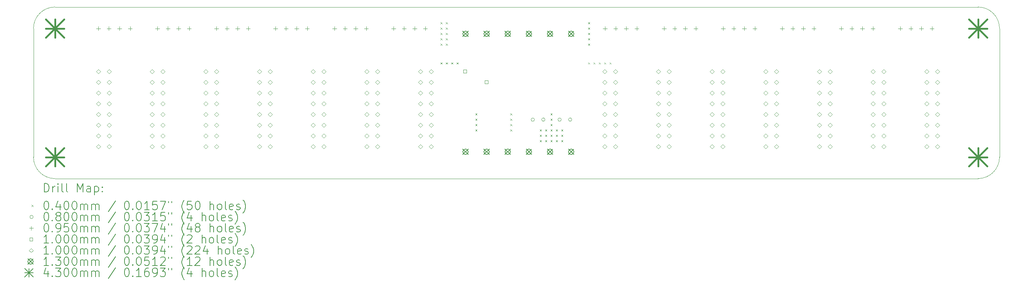
<source format=gbr>
%TF.GenerationSoftware,KiCad,Pcbnew,7.0.11+1*%
%TF.CreationDate,2024-03-07T04:51:50+08:00*%
%TF.ProjectId,EuroPowerBoard v2.0,4575726f-506f-4776-9572-426f61726420,rev?*%
%TF.SameCoordinates,Original*%
%TF.FileFunction,Drillmap*%
%TF.FilePolarity,Positive*%
%FSLAX45Y45*%
G04 Gerber Fmt 4.5, Leading zero omitted, Abs format (unit mm)*
G04 Created by KiCad (PCBNEW 7.0.11+1) date 2024-03-07 04:51:50*
%MOMM*%
%LPD*%
G01*
G04 APERTURE LIST*
%ADD10C,0.100000*%
%ADD11C,0.200000*%
%ADD12C,0.130000*%
%ADD13C,0.430000*%
G04 APERTURE END LIST*
D10*
X25654000Y-10160000D02*
G75*
G03*
X26162000Y-9652000I0J508000D01*
G01*
X26162000Y-6604000D02*
G75*
G03*
X25654000Y-6096000I-508000J0D01*
G01*
X3302000Y-9652000D02*
G75*
G03*
X3810000Y-10160000I508000J0D01*
G01*
X3810000Y-6096000D02*
G75*
G03*
X3302000Y-6604000I0J-508000D01*
G01*
X3302000Y-9652000D02*
X3302000Y-6604000D01*
X25654000Y-10160000D02*
X3810000Y-10160000D01*
X26162000Y-6604000D02*
X26162000Y-9652000D01*
X3810000Y-6096000D02*
X25654000Y-6096000D01*
D11*
D10*
X12934000Y-6457000D02*
X12974000Y-6497000D01*
X12974000Y-6457000D02*
X12934000Y-6497000D01*
X12934000Y-6584000D02*
X12974000Y-6624000D01*
X12974000Y-6584000D02*
X12934000Y-6624000D01*
X12934000Y-6711000D02*
X12974000Y-6751000D01*
X12974000Y-6711000D02*
X12934000Y-6751000D01*
X12934000Y-6838000D02*
X12974000Y-6878000D01*
X12974000Y-6838000D02*
X12934000Y-6878000D01*
X12934000Y-6965000D02*
X12974000Y-7005000D01*
X12974000Y-6965000D02*
X12934000Y-7005000D01*
X12934000Y-7409500D02*
X12974000Y-7449500D01*
X12974000Y-7409500D02*
X12934000Y-7449500D01*
X13061000Y-6457000D02*
X13101000Y-6497000D01*
X13101000Y-6457000D02*
X13061000Y-6497000D01*
X13061000Y-6584000D02*
X13101000Y-6624000D01*
X13101000Y-6584000D02*
X13061000Y-6624000D01*
X13061000Y-6711000D02*
X13101000Y-6751000D01*
X13101000Y-6711000D02*
X13061000Y-6751000D01*
X13061000Y-6838000D02*
X13101000Y-6878000D01*
X13101000Y-6838000D02*
X13061000Y-6878000D01*
X13061000Y-6965000D02*
X13101000Y-7005000D01*
X13101000Y-6965000D02*
X13061000Y-7005000D01*
X13061000Y-7409500D02*
X13101000Y-7449500D01*
X13101000Y-7409500D02*
X13061000Y-7449500D01*
X13188000Y-7409500D02*
X13228000Y-7449500D01*
X13228000Y-7409500D02*
X13188000Y-7449500D01*
X13315000Y-7409500D02*
X13355000Y-7449500D01*
X13355000Y-7409500D02*
X13315000Y-7449500D01*
X13759500Y-8616000D02*
X13799500Y-8656000D01*
X13799500Y-8616000D02*
X13759500Y-8656000D01*
X13759500Y-8743000D02*
X13799500Y-8783000D01*
X13799500Y-8743000D02*
X13759500Y-8783000D01*
X13759500Y-8870000D02*
X13799500Y-8910000D01*
X13799500Y-8870000D02*
X13759500Y-8910000D01*
X13759500Y-8997000D02*
X13799500Y-9037000D01*
X13799500Y-8997000D02*
X13759500Y-9037000D01*
X14585000Y-8616000D02*
X14625000Y-8656000D01*
X14625000Y-8616000D02*
X14585000Y-8656000D01*
X14585000Y-8743000D02*
X14625000Y-8783000D01*
X14625000Y-8743000D02*
X14585000Y-8783000D01*
X14585000Y-8870000D02*
X14625000Y-8910000D01*
X14625000Y-8870000D02*
X14585000Y-8910000D01*
X14585000Y-8997000D02*
X14625000Y-9037000D01*
X14625000Y-8997000D02*
X14585000Y-9037000D01*
X15283500Y-8997000D02*
X15323500Y-9037000D01*
X15323500Y-8997000D02*
X15283500Y-9037000D01*
X15283500Y-9124000D02*
X15323500Y-9164000D01*
X15323500Y-9124000D02*
X15283500Y-9164000D01*
X15283500Y-9251000D02*
X15323500Y-9291000D01*
X15323500Y-9251000D02*
X15283500Y-9291000D01*
X15410500Y-8997000D02*
X15450500Y-9037000D01*
X15450500Y-8997000D02*
X15410500Y-9037000D01*
X15410500Y-9124000D02*
X15450500Y-9164000D01*
X15450500Y-9124000D02*
X15410500Y-9164000D01*
X15410500Y-9251000D02*
X15450500Y-9291000D01*
X15450500Y-9251000D02*
X15410500Y-9291000D01*
X15537500Y-8616000D02*
X15577500Y-8656000D01*
X15577500Y-8616000D02*
X15537500Y-8656000D01*
X15537500Y-8743000D02*
X15577500Y-8783000D01*
X15577500Y-8743000D02*
X15537500Y-8783000D01*
X15537500Y-8870000D02*
X15577500Y-8910000D01*
X15577500Y-8870000D02*
X15537500Y-8910000D01*
X15537500Y-8997000D02*
X15577500Y-9037000D01*
X15577500Y-8997000D02*
X15537500Y-9037000D01*
X15537500Y-9124000D02*
X15577500Y-9164000D01*
X15577500Y-9124000D02*
X15537500Y-9164000D01*
X15537500Y-9251000D02*
X15577500Y-9291000D01*
X15577500Y-9251000D02*
X15537500Y-9291000D01*
X15664500Y-8997000D02*
X15704500Y-9037000D01*
X15704500Y-8997000D02*
X15664500Y-9037000D01*
X15664500Y-9124000D02*
X15704500Y-9164000D01*
X15704500Y-9124000D02*
X15664500Y-9164000D01*
X15664500Y-9251000D02*
X15704500Y-9291000D01*
X15704500Y-9251000D02*
X15664500Y-9291000D01*
X15791500Y-8997000D02*
X15831500Y-9037000D01*
X15831500Y-8997000D02*
X15791500Y-9037000D01*
X15791500Y-9124000D02*
X15831500Y-9164000D01*
X15831500Y-9124000D02*
X15791500Y-9164000D01*
X15791500Y-9251000D02*
X15831500Y-9291000D01*
X15831500Y-9251000D02*
X15791500Y-9291000D01*
X16426500Y-6457000D02*
X16466500Y-6497000D01*
X16466500Y-6457000D02*
X16426500Y-6497000D01*
X16426500Y-6584000D02*
X16466500Y-6624000D01*
X16466500Y-6584000D02*
X16426500Y-6624000D01*
X16426500Y-6711000D02*
X16466500Y-6751000D01*
X16466500Y-6711000D02*
X16426500Y-6751000D01*
X16426500Y-6838000D02*
X16466500Y-6878000D01*
X16466500Y-6838000D02*
X16426500Y-6878000D01*
X16426500Y-6965000D02*
X16466500Y-7005000D01*
X16466500Y-6965000D02*
X16426500Y-7005000D01*
X16426500Y-7409500D02*
X16466500Y-7449500D01*
X16466500Y-7409500D02*
X16426500Y-7449500D01*
X16553500Y-7409500D02*
X16593500Y-7449500D01*
X16593500Y-7409500D02*
X16553500Y-7449500D01*
X16680500Y-7409500D02*
X16720500Y-7449500D01*
X16720500Y-7409500D02*
X16680500Y-7449500D01*
X16807500Y-7409500D02*
X16847500Y-7449500D01*
X16847500Y-7409500D02*
X16807500Y-7449500D01*
X16934500Y-7409500D02*
X16974500Y-7449500D01*
X16974500Y-7409500D02*
X16934500Y-7449500D01*
X15157000Y-8763000D02*
G75*
G03*
X15077000Y-8763000I-40000J0D01*
G01*
X15077000Y-8763000D02*
G75*
G03*
X15157000Y-8763000I40000J0D01*
G01*
X15407000Y-8763000D02*
G75*
G03*
X15327000Y-8763000I-40000J0D01*
G01*
X15327000Y-8763000D02*
G75*
G03*
X15407000Y-8763000I40000J0D01*
G01*
X15792000Y-8763000D02*
G75*
G03*
X15712000Y-8763000I-40000J0D01*
G01*
X15712000Y-8763000D02*
G75*
G03*
X15792000Y-8763000I40000J0D01*
G01*
X16042000Y-8763000D02*
G75*
G03*
X15962000Y-8763000I-40000J0D01*
G01*
X15962000Y-8763000D02*
G75*
G03*
X16042000Y-8763000I40000J0D01*
G01*
X4838000Y-6556500D02*
X4838000Y-6651500D01*
X4790500Y-6604000D02*
X4885500Y-6604000D01*
X5088000Y-6556500D02*
X5088000Y-6651500D01*
X5040500Y-6604000D02*
X5135500Y-6604000D01*
X5338000Y-6556500D02*
X5338000Y-6651500D01*
X5290500Y-6604000D02*
X5385500Y-6604000D01*
X5588000Y-6556500D02*
X5588000Y-6651500D01*
X5540500Y-6604000D02*
X5635500Y-6604000D01*
X6235000Y-6556500D02*
X6235000Y-6651500D01*
X6187500Y-6604000D02*
X6282500Y-6604000D01*
X6485000Y-6556500D02*
X6485000Y-6651500D01*
X6437500Y-6604000D02*
X6532500Y-6604000D01*
X6735000Y-6556500D02*
X6735000Y-6651500D01*
X6687500Y-6604000D02*
X6782500Y-6604000D01*
X6985000Y-6556500D02*
X6985000Y-6651500D01*
X6937500Y-6604000D02*
X7032500Y-6604000D01*
X7632000Y-6556500D02*
X7632000Y-6651500D01*
X7584500Y-6604000D02*
X7679500Y-6604000D01*
X7882000Y-6556500D02*
X7882000Y-6651500D01*
X7834500Y-6604000D02*
X7929500Y-6604000D01*
X8132000Y-6556500D02*
X8132000Y-6651500D01*
X8084500Y-6604000D02*
X8179500Y-6604000D01*
X8382000Y-6556500D02*
X8382000Y-6651500D01*
X8334500Y-6604000D02*
X8429500Y-6604000D01*
X9029000Y-6556500D02*
X9029000Y-6651500D01*
X8981500Y-6604000D02*
X9076500Y-6604000D01*
X9279000Y-6556500D02*
X9279000Y-6651500D01*
X9231500Y-6604000D02*
X9326500Y-6604000D01*
X9529000Y-6556500D02*
X9529000Y-6651500D01*
X9481500Y-6604000D02*
X9576500Y-6604000D01*
X9779000Y-6556500D02*
X9779000Y-6651500D01*
X9731500Y-6604000D02*
X9826500Y-6604000D01*
X10426000Y-6556500D02*
X10426000Y-6651500D01*
X10378500Y-6604000D02*
X10473500Y-6604000D01*
X10676000Y-6556500D02*
X10676000Y-6651500D01*
X10628500Y-6604000D02*
X10723500Y-6604000D01*
X10926000Y-6556500D02*
X10926000Y-6651500D01*
X10878500Y-6604000D02*
X10973500Y-6604000D01*
X11176000Y-6556500D02*
X11176000Y-6651500D01*
X11128500Y-6604000D02*
X11223500Y-6604000D01*
X11823000Y-6556500D02*
X11823000Y-6651500D01*
X11775500Y-6604000D02*
X11870500Y-6604000D01*
X12073000Y-6556500D02*
X12073000Y-6651500D01*
X12025500Y-6604000D02*
X12120500Y-6604000D01*
X12323000Y-6556500D02*
X12323000Y-6651500D01*
X12275500Y-6604000D02*
X12370500Y-6604000D01*
X12573000Y-6556500D02*
X12573000Y-6651500D01*
X12525500Y-6604000D02*
X12620500Y-6604000D01*
X16827500Y-6556500D02*
X16827500Y-6651500D01*
X16780000Y-6604000D02*
X16875000Y-6604000D01*
X17077500Y-6556500D02*
X17077500Y-6651500D01*
X17030000Y-6604000D02*
X17125000Y-6604000D01*
X17327500Y-6556500D02*
X17327500Y-6651500D01*
X17280000Y-6604000D02*
X17375000Y-6604000D01*
X17577500Y-6556500D02*
X17577500Y-6651500D01*
X17530000Y-6604000D02*
X17625000Y-6604000D01*
X18224500Y-6556500D02*
X18224500Y-6651500D01*
X18177000Y-6604000D02*
X18272000Y-6604000D01*
X18474500Y-6556500D02*
X18474500Y-6651500D01*
X18427000Y-6604000D02*
X18522000Y-6604000D01*
X18724500Y-6556500D02*
X18724500Y-6651500D01*
X18677000Y-6604000D02*
X18772000Y-6604000D01*
X18974500Y-6556500D02*
X18974500Y-6651500D01*
X18927000Y-6604000D02*
X19022000Y-6604000D01*
X19621500Y-6556500D02*
X19621500Y-6651500D01*
X19574000Y-6604000D02*
X19669000Y-6604000D01*
X19871500Y-6556500D02*
X19871500Y-6651500D01*
X19824000Y-6604000D02*
X19919000Y-6604000D01*
X20121500Y-6556500D02*
X20121500Y-6651500D01*
X20074000Y-6604000D02*
X20169000Y-6604000D01*
X20371500Y-6556500D02*
X20371500Y-6651500D01*
X20324000Y-6604000D02*
X20419000Y-6604000D01*
X21018500Y-6556500D02*
X21018500Y-6651500D01*
X20971000Y-6604000D02*
X21066000Y-6604000D01*
X21268500Y-6556500D02*
X21268500Y-6651500D01*
X21221000Y-6604000D02*
X21316000Y-6604000D01*
X21518500Y-6556500D02*
X21518500Y-6651500D01*
X21471000Y-6604000D02*
X21566000Y-6604000D01*
X21768500Y-6556500D02*
X21768500Y-6651500D01*
X21721000Y-6604000D02*
X21816000Y-6604000D01*
X22415500Y-6556500D02*
X22415500Y-6651500D01*
X22368000Y-6604000D02*
X22463000Y-6604000D01*
X22665500Y-6556500D02*
X22665500Y-6651500D01*
X22618000Y-6604000D02*
X22713000Y-6604000D01*
X22915500Y-6556500D02*
X22915500Y-6651500D01*
X22868000Y-6604000D02*
X22963000Y-6604000D01*
X23165500Y-6556500D02*
X23165500Y-6651500D01*
X23118000Y-6604000D02*
X23213000Y-6604000D01*
X23812500Y-6556500D02*
X23812500Y-6651500D01*
X23765000Y-6604000D02*
X23860000Y-6604000D01*
X24062500Y-6556500D02*
X24062500Y-6651500D01*
X24015000Y-6604000D02*
X24110000Y-6604000D01*
X24312500Y-6556500D02*
X24312500Y-6651500D01*
X24265000Y-6604000D02*
X24360000Y-6604000D01*
X24562500Y-6556500D02*
X24562500Y-6651500D01*
X24515000Y-6604000D02*
X24610000Y-6604000D01*
X13548156Y-7655356D02*
X13548156Y-7584644D01*
X13477444Y-7584644D01*
X13477444Y-7655356D01*
X13548156Y-7655356D01*
X14056156Y-7909356D02*
X14056156Y-7838644D01*
X13985444Y-7838644D01*
X13985444Y-7909356D01*
X14056156Y-7909356D01*
X4838000Y-7670000D02*
X4888000Y-7620000D01*
X4838000Y-7570000D01*
X4788000Y-7620000D01*
X4838000Y-7670000D01*
X4838000Y-7924000D02*
X4888000Y-7874000D01*
X4838000Y-7824000D01*
X4788000Y-7874000D01*
X4838000Y-7924000D01*
X4838000Y-8178000D02*
X4888000Y-8128000D01*
X4838000Y-8078000D01*
X4788000Y-8128000D01*
X4838000Y-8178000D01*
X4838000Y-8432000D02*
X4888000Y-8382000D01*
X4838000Y-8332000D01*
X4788000Y-8382000D01*
X4838000Y-8432000D01*
X4838000Y-8686000D02*
X4888000Y-8636000D01*
X4838000Y-8586000D01*
X4788000Y-8636000D01*
X4838000Y-8686000D01*
X4838000Y-8940000D02*
X4888000Y-8890000D01*
X4838000Y-8840000D01*
X4788000Y-8890000D01*
X4838000Y-8940000D01*
X4838000Y-9194000D02*
X4888000Y-9144000D01*
X4838000Y-9094000D01*
X4788000Y-9144000D01*
X4838000Y-9194000D01*
X4838000Y-9448000D02*
X4888000Y-9398000D01*
X4838000Y-9348000D01*
X4788000Y-9398000D01*
X4838000Y-9448000D01*
X5092000Y-7670000D02*
X5142000Y-7620000D01*
X5092000Y-7570000D01*
X5042000Y-7620000D01*
X5092000Y-7670000D01*
X5092000Y-7924000D02*
X5142000Y-7874000D01*
X5092000Y-7824000D01*
X5042000Y-7874000D01*
X5092000Y-7924000D01*
X5092000Y-8178000D02*
X5142000Y-8128000D01*
X5092000Y-8078000D01*
X5042000Y-8128000D01*
X5092000Y-8178000D01*
X5092000Y-8432000D02*
X5142000Y-8382000D01*
X5092000Y-8332000D01*
X5042000Y-8382000D01*
X5092000Y-8432000D01*
X5092000Y-8686000D02*
X5142000Y-8636000D01*
X5092000Y-8586000D01*
X5042000Y-8636000D01*
X5092000Y-8686000D01*
X5092000Y-8940000D02*
X5142000Y-8890000D01*
X5092000Y-8840000D01*
X5042000Y-8890000D01*
X5092000Y-8940000D01*
X5092000Y-9194000D02*
X5142000Y-9144000D01*
X5092000Y-9094000D01*
X5042000Y-9144000D01*
X5092000Y-9194000D01*
X5092000Y-9448000D02*
X5142000Y-9398000D01*
X5092000Y-9348000D01*
X5042000Y-9398000D01*
X5092000Y-9448000D01*
X6108000Y-7670000D02*
X6158000Y-7620000D01*
X6108000Y-7570000D01*
X6058000Y-7620000D01*
X6108000Y-7670000D01*
X6108000Y-7924000D02*
X6158000Y-7874000D01*
X6108000Y-7824000D01*
X6058000Y-7874000D01*
X6108000Y-7924000D01*
X6108000Y-8178000D02*
X6158000Y-8128000D01*
X6108000Y-8078000D01*
X6058000Y-8128000D01*
X6108000Y-8178000D01*
X6108000Y-8432000D02*
X6158000Y-8382000D01*
X6108000Y-8332000D01*
X6058000Y-8382000D01*
X6108000Y-8432000D01*
X6108000Y-8686000D02*
X6158000Y-8636000D01*
X6108000Y-8586000D01*
X6058000Y-8636000D01*
X6108000Y-8686000D01*
X6108000Y-8940000D02*
X6158000Y-8890000D01*
X6108000Y-8840000D01*
X6058000Y-8890000D01*
X6108000Y-8940000D01*
X6108000Y-9194000D02*
X6158000Y-9144000D01*
X6108000Y-9094000D01*
X6058000Y-9144000D01*
X6108000Y-9194000D01*
X6108000Y-9448000D02*
X6158000Y-9398000D01*
X6108000Y-9348000D01*
X6058000Y-9398000D01*
X6108000Y-9448000D01*
X6362000Y-7670000D02*
X6412000Y-7620000D01*
X6362000Y-7570000D01*
X6312000Y-7620000D01*
X6362000Y-7670000D01*
X6362000Y-7924000D02*
X6412000Y-7874000D01*
X6362000Y-7824000D01*
X6312000Y-7874000D01*
X6362000Y-7924000D01*
X6362000Y-8178000D02*
X6412000Y-8128000D01*
X6362000Y-8078000D01*
X6312000Y-8128000D01*
X6362000Y-8178000D01*
X6362000Y-8432000D02*
X6412000Y-8382000D01*
X6362000Y-8332000D01*
X6312000Y-8382000D01*
X6362000Y-8432000D01*
X6362000Y-8686000D02*
X6412000Y-8636000D01*
X6362000Y-8586000D01*
X6312000Y-8636000D01*
X6362000Y-8686000D01*
X6362000Y-8940000D02*
X6412000Y-8890000D01*
X6362000Y-8840000D01*
X6312000Y-8890000D01*
X6362000Y-8940000D01*
X6362000Y-9194000D02*
X6412000Y-9144000D01*
X6362000Y-9094000D01*
X6312000Y-9144000D01*
X6362000Y-9194000D01*
X6362000Y-9448000D02*
X6412000Y-9398000D01*
X6362000Y-9348000D01*
X6312000Y-9398000D01*
X6362000Y-9448000D01*
X7378000Y-7670000D02*
X7428000Y-7620000D01*
X7378000Y-7570000D01*
X7328000Y-7620000D01*
X7378000Y-7670000D01*
X7378000Y-7924000D02*
X7428000Y-7874000D01*
X7378000Y-7824000D01*
X7328000Y-7874000D01*
X7378000Y-7924000D01*
X7378000Y-8178000D02*
X7428000Y-8128000D01*
X7378000Y-8078000D01*
X7328000Y-8128000D01*
X7378000Y-8178000D01*
X7378000Y-8432000D02*
X7428000Y-8382000D01*
X7378000Y-8332000D01*
X7328000Y-8382000D01*
X7378000Y-8432000D01*
X7378000Y-8686000D02*
X7428000Y-8636000D01*
X7378000Y-8586000D01*
X7328000Y-8636000D01*
X7378000Y-8686000D01*
X7378000Y-8940000D02*
X7428000Y-8890000D01*
X7378000Y-8840000D01*
X7328000Y-8890000D01*
X7378000Y-8940000D01*
X7378000Y-9194000D02*
X7428000Y-9144000D01*
X7378000Y-9094000D01*
X7328000Y-9144000D01*
X7378000Y-9194000D01*
X7378000Y-9448000D02*
X7428000Y-9398000D01*
X7378000Y-9348000D01*
X7328000Y-9398000D01*
X7378000Y-9448000D01*
X7632000Y-7670000D02*
X7682000Y-7620000D01*
X7632000Y-7570000D01*
X7582000Y-7620000D01*
X7632000Y-7670000D01*
X7632000Y-7924000D02*
X7682000Y-7874000D01*
X7632000Y-7824000D01*
X7582000Y-7874000D01*
X7632000Y-7924000D01*
X7632000Y-8178000D02*
X7682000Y-8128000D01*
X7632000Y-8078000D01*
X7582000Y-8128000D01*
X7632000Y-8178000D01*
X7632000Y-8432000D02*
X7682000Y-8382000D01*
X7632000Y-8332000D01*
X7582000Y-8382000D01*
X7632000Y-8432000D01*
X7632000Y-8686000D02*
X7682000Y-8636000D01*
X7632000Y-8586000D01*
X7582000Y-8636000D01*
X7632000Y-8686000D01*
X7632000Y-8940000D02*
X7682000Y-8890000D01*
X7632000Y-8840000D01*
X7582000Y-8890000D01*
X7632000Y-8940000D01*
X7632000Y-9194000D02*
X7682000Y-9144000D01*
X7632000Y-9094000D01*
X7582000Y-9144000D01*
X7632000Y-9194000D01*
X7632000Y-9448000D02*
X7682000Y-9398000D01*
X7632000Y-9348000D01*
X7582000Y-9398000D01*
X7632000Y-9448000D01*
X8648000Y-7670000D02*
X8698000Y-7620000D01*
X8648000Y-7570000D01*
X8598000Y-7620000D01*
X8648000Y-7670000D01*
X8648000Y-7924000D02*
X8698000Y-7874000D01*
X8648000Y-7824000D01*
X8598000Y-7874000D01*
X8648000Y-7924000D01*
X8648000Y-8178000D02*
X8698000Y-8128000D01*
X8648000Y-8078000D01*
X8598000Y-8128000D01*
X8648000Y-8178000D01*
X8648000Y-8432000D02*
X8698000Y-8382000D01*
X8648000Y-8332000D01*
X8598000Y-8382000D01*
X8648000Y-8432000D01*
X8648000Y-8686000D02*
X8698000Y-8636000D01*
X8648000Y-8586000D01*
X8598000Y-8636000D01*
X8648000Y-8686000D01*
X8648000Y-8940000D02*
X8698000Y-8890000D01*
X8648000Y-8840000D01*
X8598000Y-8890000D01*
X8648000Y-8940000D01*
X8648000Y-9194000D02*
X8698000Y-9144000D01*
X8648000Y-9094000D01*
X8598000Y-9144000D01*
X8648000Y-9194000D01*
X8648000Y-9448000D02*
X8698000Y-9398000D01*
X8648000Y-9348000D01*
X8598000Y-9398000D01*
X8648000Y-9448000D01*
X8902000Y-7670000D02*
X8952000Y-7620000D01*
X8902000Y-7570000D01*
X8852000Y-7620000D01*
X8902000Y-7670000D01*
X8902000Y-7924000D02*
X8952000Y-7874000D01*
X8902000Y-7824000D01*
X8852000Y-7874000D01*
X8902000Y-7924000D01*
X8902000Y-8178000D02*
X8952000Y-8128000D01*
X8902000Y-8078000D01*
X8852000Y-8128000D01*
X8902000Y-8178000D01*
X8902000Y-8432000D02*
X8952000Y-8382000D01*
X8902000Y-8332000D01*
X8852000Y-8382000D01*
X8902000Y-8432000D01*
X8902000Y-8686000D02*
X8952000Y-8636000D01*
X8902000Y-8586000D01*
X8852000Y-8636000D01*
X8902000Y-8686000D01*
X8902000Y-8940000D02*
X8952000Y-8890000D01*
X8902000Y-8840000D01*
X8852000Y-8890000D01*
X8902000Y-8940000D01*
X8902000Y-9194000D02*
X8952000Y-9144000D01*
X8902000Y-9094000D01*
X8852000Y-9144000D01*
X8902000Y-9194000D01*
X8902000Y-9448000D02*
X8952000Y-9398000D01*
X8902000Y-9348000D01*
X8852000Y-9398000D01*
X8902000Y-9448000D01*
X9918000Y-7670000D02*
X9968000Y-7620000D01*
X9918000Y-7570000D01*
X9868000Y-7620000D01*
X9918000Y-7670000D01*
X9918000Y-7924000D02*
X9968000Y-7874000D01*
X9918000Y-7824000D01*
X9868000Y-7874000D01*
X9918000Y-7924000D01*
X9918000Y-8178000D02*
X9968000Y-8128000D01*
X9918000Y-8078000D01*
X9868000Y-8128000D01*
X9918000Y-8178000D01*
X9918000Y-8432000D02*
X9968000Y-8382000D01*
X9918000Y-8332000D01*
X9868000Y-8382000D01*
X9918000Y-8432000D01*
X9918000Y-8686000D02*
X9968000Y-8636000D01*
X9918000Y-8586000D01*
X9868000Y-8636000D01*
X9918000Y-8686000D01*
X9918000Y-8940000D02*
X9968000Y-8890000D01*
X9918000Y-8840000D01*
X9868000Y-8890000D01*
X9918000Y-8940000D01*
X9918000Y-9194000D02*
X9968000Y-9144000D01*
X9918000Y-9094000D01*
X9868000Y-9144000D01*
X9918000Y-9194000D01*
X9918000Y-9448000D02*
X9968000Y-9398000D01*
X9918000Y-9348000D01*
X9868000Y-9398000D01*
X9918000Y-9448000D01*
X10172000Y-7670000D02*
X10222000Y-7620000D01*
X10172000Y-7570000D01*
X10122000Y-7620000D01*
X10172000Y-7670000D01*
X10172000Y-7924000D02*
X10222000Y-7874000D01*
X10172000Y-7824000D01*
X10122000Y-7874000D01*
X10172000Y-7924000D01*
X10172000Y-8178000D02*
X10222000Y-8128000D01*
X10172000Y-8078000D01*
X10122000Y-8128000D01*
X10172000Y-8178000D01*
X10172000Y-8432000D02*
X10222000Y-8382000D01*
X10172000Y-8332000D01*
X10122000Y-8382000D01*
X10172000Y-8432000D01*
X10172000Y-8686000D02*
X10222000Y-8636000D01*
X10172000Y-8586000D01*
X10122000Y-8636000D01*
X10172000Y-8686000D01*
X10172000Y-8940000D02*
X10222000Y-8890000D01*
X10172000Y-8840000D01*
X10122000Y-8890000D01*
X10172000Y-8940000D01*
X10172000Y-9194000D02*
X10222000Y-9144000D01*
X10172000Y-9094000D01*
X10122000Y-9144000D01*
X10172000Y-9194000D01*
X10172000Y-9448000D02*
X10222000Y-9398000D01*
X10172000Y-9348000D01*
X10122000Y-9398000D01*
X10172000Y-9448000D01*
X11188000Y-7670000D02*
X11238000Y-7620000D01*
X11188000Y-7570000D01*
X11138000Y-7620000D01*
X11188000Y-7670000D01*
X11188000Y-7924000D02*
X11238000Y-7874000D01*
X11188000Y-7824000D01*
X11138000Y-7874000D01*
X11188000Y-7924000D01*
X11188000Y-8178000D02*
X11238000Y-8128000D01*
X11188000Y-8078000D01*
X11138000Y-8128000D01*
X11188000Y-8178000D01*
X11188000Y-8432000D02*
X11238000Y-8382000D01*
X11188000Y-8332000D01*
X11138000Y-8382000D01*
X11188000Y-8432000D01*
X11188000Y-8686000D02*
X11238000Y-8636000D01*
X11188000Y-8586000D01*
X11138000Y-8636000D01*
X11188000Y-8686000D01*
X11188000Y-8940000D02*
X11238000Y-8890000D01*
X11188000Y-8840000D01*
X11138000Y-8890000D01*
X11188000Y-8940000D01*
X11188000Y-9194000D02*
X11238000Y-9144000D01*
X11188000Y-9094000D01*
X11138000Y-9144000D01*
X11188000Y-9194000D01*
X11188000Y-9448000D02*
X11238000Y-9398000D01*
X11188000Y-9348000D01*
X11138000Y-9398000D01*
X11188000Y-9448000D01*
X11442000Y-7670000D02*
X11492000Y-7620000D01*
X11442000Y-7570000D01*
X11392000Y-7620000D01*
X11442000Y-7670000D01*
X11442000Y-7924000D02*
X11492000Y-7874000D01*
X11442000Y-7824000D01*
X11392000Y-7874000D01*
X11442000Y-7924000D01*
X11442000Y-8178000D02*
X11492000Y-8128000D01*
X11442000Y-8078000D01*
X11392000Y-8128000D01*
X11442000Y-8178000D01*
X11442000Y-8432000D02*
X11492000Y-8382000D01*
X11442000Y-8332000D01*
X11392000Y-8382000D01*
X11442000Y-8432000D01*
X11442000Y-8686000D02*
X11492000Y-8636000D01*
X11442000Y-8586000D01*
X11392000Y-8636000D01*
X11442000Y-8686000D01*
X11442000Y-8940000D02*
X11492000Y-8890000D01*
X11442000Y-8840000D01*
X11392000Y-8890000D01*
X11442000Y-8940000D01*
X11442000Y-9194000D02*
X11492000Y-9144000D01*
X11442000Y-9094000D01*
X11392000Y-9144000D01*
X11442000Y-9194000D01*
X11442000Y-9448000D02*
X11492000Y-9398000D01*
X11442000Y-9348000D01*
X11392000Y-9398000D01*
X11442000Y-9448000D01*
X12458000Y-7670000D02*
X12508000Y-7620000D01*
X12458000Y-7570000D01*
X12408000Y-7620000D01*
X12458000Y-7670000D01*
X12458000Y-7924000D02*
X12508000Y-7874000D01*
X12458000Y-7824000D01*
X12408000Y-7874000D01*
X12458000Y-7924000D01*
X12458000Y-8178000D02*
X12508000Y-8128000D01*
X12458000Y-8078000D01*
X12408000Y-8128000D01*
X12458000Y-8178000D01*
X12458000Y-8432000D02*
X12508000Y-8382000D01*
X12458000Y-8332000D01*
X12408000Y-8382000D01*
X12458000Y-8432000D01*
X12458000Y-8686000D02*
X12508000Y-8636000D01*
X12458000Y-8586000D01*
X12408000Y-8636000D01*
X12458000Y-8686000D01*
X12458000Y-8940000D02*
X12508000Y-8890000D01*
X12458000Y-8840000D01*
X12408000Y-8890000D01*
X12458000Y-8940000D01*
X12458000Y-9194000D02*
X12508000Y-9144000D01*
X12458000Y-9094000D01*
X12408000Y-9144000D01*
X12458000Y-9194000D01*
X12458000Y-9448000D02*
X12508000Y-9398000D01*
X12458000Y-9348000D01*
X12408000Y-9398000D01*
X12458000Y-9448000D01*
X12712000Y-7670000D02*
X12762000Y-7620000D01*
X12712000Y-7570000D01*
X12662000Y-7620000D01*
X12712000Y-7670000D01*
X12712000Y-7924000D02*
X12762000Y-7874000D01*
X12712000Y-7824000D01*
X12662000Y-7874000D01*
X12712000Y-7924000D01*
X12712000Y-8178000D02*
X12762000Y-8128000D01*
X12712000Y-8078000D01*
X12662000Y-8128000D01*
X12712000Y-8178000D01*
X12712000Y-8432000D02*
X12762000Y-8382000D01*
X12712000Y-8332000D01*
X12662000Y-8382000D01*
X12712000Y-8432000D01*
X12712000Y-8686000D02*
X12762000Y-8636000D01*
X12712000Y-8586000D01*
X12662000Y-8636000D01*
X12712000Y-8686000D01*
X12712000Y-8940000D02*
X12762000Y-8890000D01*
X12712000Y-8840000D01*
X12662000Y-8890000D01*
X12712000Y-8940000D01*
X12712000Y-9194000D02*
X12762000Y-9144000D01*
X12712000Y-9094000D01*
X12662000Y-9144000D01*
X12712000Y-9194000D01*
X12712000Y-9448000D02*
X12762000Y-9398000D01*
X12712000Y-9348000D01*
X12662000Y-9398000D01*
X12712000Y-9448000D01*
X16815500Y-7670000D02*
X16865500Y-7620000D01*
X16815500Y-7570000D01*
X16765500Y-7620000D01*
X16815500Y-7670000D01*
X16815500Y-7924000D02*
X16865500Y-7874000D01*
X16815500Y-7824000D01*
X16765500Y-7874000D01*
X16815500Y-7924000D01*
X16815500Y-8178000D02*
X16865500Y-8128000D01*
X16815500Y-8078000D01*
X16765500Y-8128000D01*
X16815500Y-8178000D01*
X16815500Y-8432000D02*
X16865500Y-8382000D01*
X16815500Y-8332000D01*
X16765500Y-8382000D01*
X16815500Y-8432000D01*
X16815500Y-8686000D02*
X16865500Y-8636000D01*
X16815500Y-8586000D01*
X16765500Y-8636000D01*
X16815500Y-8686000D01*
X16815500Y-8940000D02*
X16865500Y-8890000D01*
X16815500Y-8840000D01*
X16765500Y-8890000D01*
X16815500Y-8940000D01*
X16815500Y-9194000D02*
X16865500Y-9144000D01*
X16815500Y-9094000D01*
X16765500Y-9144000D01*
X16815500Y-9194000D01*
X16815500Y-9448000D02*
X16865500Y-9398000D01*
X16815500Y-9348000D01*
X16765500Y-9398000D01*
X16815500Y-9448000D01*
X17069500Y-7670000D02*
X17119500Y-7620000D01*
X17069500Y-7570000D01*
X17019500Y-7620000D01*
X17069500Y-7670000D01*
X17069500Y-7924000D02*
X17119500Y-7874000D01*
X17069500Y-7824000D01*
X17019500Y-7874000D01*
X17069500Y-7924000D01*
X17069500Y-8178000D02*
X17119500Y-8128000D01*
X17069500Y-8078000D01*
X17019500Y-8128000D01*
X17069500Y-8178000D01*
X17069500Y-8432000D02*
X17119500Y-8382000D01*
X17069500Y-8332000D01*
X17019500Y-8382000D01*
X17069500Y-8432000D01*
X17069500Y-8686000D02*
X17119500Y-8636000D01*
X17069500Y-8586000D01*
X17019500Y-8636000D01*
X17069500Y-8686000D01*
X17069500Y-8940000D02*
X17119500Y-8890000D01*
X17069500Y-8840000D01*
X17019500Y-8890000D01*
X17069500Y-8940000D01*
X17069500Y-9194000D02*
X17119500Y-9144000D01*
X17069500Y-9094000D01*
X17019500Y-9144000D01*
X17069500Y-9194000D01*
X17069500Y-9448000D02*
X17119500Y-9398000D01*
X17069500Y-9348000D01*
X17019500Y-9398000D01*
X17069500Y-9448000D01*
X18085500Y-7670000D02*
X18135500Y-7620000D01*
X18085500Y-7570000D01*
X18035500Y-7620000D01*
X18085500Y-7670000D01*
X18085500Y-7924000D02*
X18135500Y-7874000D01*
X18085500Y-7824000D01*
X18035500Y-7874000D01*
X18085500Y-7924000D01*
X18085500Y-8178000D02*
X18135500Y-8128000D01*
X18085500Y-8078000D01*
X18035500Y-8128000D01*
X18085500Y-8178000D01*
X18085500Y-8432000D02*
X18135500Y-8382000D01*
X18085500Y-8332000D01*
X18035500Y-8382000D01*
X18085500Y-8432000D01*
X18085500Y-8686000D02*
X18135500Y-8636000D01*
X18085500Y-8586000D01*
X18035500Y-8636000D01*
X18085500Y-8686000D01*
X18085500Y-8940000D02*
X18135500Y-8890000D01*
X18085500Y-8840000D01*
X18035500Y-8890000D01*
X18085500Y-8940000D01*
X18085500Y-9194000D02*
X18135500Y-9144000D01*
X18085500Y-9094000D01*
X18035500Y-9144000D01*
X18085500Y-9194000D01*
X18085500Y-9448000D02*
X18135500Y-9398000D01*
X18085500Y-9348000D01*
X18035500Y-9398000D01*
X18085500Y-9448000D01*
X18339500Y-7670000D02*
X18389500Y-7620000D01*
X18339500Y-7570000D01*
X18289500Y-7620000D01*
X18339500Y-7670000D01*
X18339500Y-7924000D02*
X18389500Y-7874000D01*
X18339500Y-7824000D01*
X18289500Y-7874000D01*
X18339500Y-7924000D01*
X18339500Y-8178000D02*
X18389500Y-8128000D01*
X18339500Y-8078000D01*
X18289500Y-8128000D01*
X18339500Y-8178000D01*
X18339500Y-8432000D02*
X18389500Y-8382000D01*
X18339500Y-8332000D01*
X18289500Y-8382000D01*
X18339500Y-8432000D01*
X18339500Y-8686000D02*
X18389500Y-8636000D01*
X18339500Y-8586000D01*
X18289500Y-8636000D01*
X18339500Y-8686000D01*
X18339500Y-8940000D02*
X18389500Y-8890000D01*
X18339500Y-8840000D01*
X18289500Y-8890000D01*
X18339500Y-8940000D01*
X18339500Y-9194000D02*
X18389500Y-9144000D01*
X18339500Y-9094000D01*
X18289500Y-9144000D01*
X18339500Y-9194000D01*
X18339500Y-9448000D02*
X18389500Y-9398000D01*
X18339500Y-9348000D01*
X18289500Y-9398000D01*
X18339500Y-9448000D01*
X19355500Y-7670000D02*
X19405500Y-7620000D01*
X19355500Y-7570000D01*
X19305500Y-7620000D01*
X19355500Y-7670000D01*
X19355500Y-7924000D02*
X19405500Y-7874000D01*
X19355500Y-7824000D01*
X19305500Y-7874000D01*
X19355500Y-7924000D01*
X19355500Y-8178000D02*
X19405500Y-8128000D01*
X19355500Y-8078000D01*
X19305500Y-8128000D01*
X19355500Y-8178000D01*
X19355500Y-8432000D02*
X19405500Y-8382000D01*
X19355500Y-8332000D01*
X19305500Y-8382000D01*
X19355500Y-8432000D01*
X19355500Y-8686000D02*
X19405500Y-8636000D01*
X19355500Y-8586000D01*
X19305500Y-8636000D01*
X19355500Y-8686000D01*
X19355500Y-8940000D02*
X19405500Y-8890000D01*
X19355500Y-8840000D01*
X19305500Y-8890000D01*
X19355500Y-8940000D01*
X19355500Y-9194000D02*
X19405500Y-9144000D01*
X19355500Y-9094000D01*
X19305500Y-9144000D01*
X19355500Y-9194000D01*
X19355500Y-9448000D02*
X19405500Y-9398000D01*
X19355500Y-9348000D01*
X19305500Y-9398000D01*
X19355500Y-9448000D01*
X19609500Y-7670000D02*
X19659500Y-7620000D01*
X19609500Y-7570000D01*
X19559500Y-7620000D01*
X19609500Y-7670000D01*
X19609500Y-7924000D02*
X19659500Y-7874000D01*
X19609500Y-7824000D01*
X19559500Y-7874000D01*
X19609500Y-7924000D01*
X19609500Y-8178000D02*
X19659500Y-8128000D01*
X19609500Y-8078000D01*
X19559500Y-8128000D01*
X19609500Y-8178000D01*
X19609500Y-8432000D02*
X19659500Y-8382000D01*
X19609500Y-8332000D01*
X19559500Y-8382000D01*
X19609500Y-8432000D01*
X19609500Y-8686000D02*
X19659500Y-8636000D01*
X19609500Y-8586000D01*
X19559500Y-8636000D01*
X19609500Y-8686000D01*
X19609500Y-8940000D02*
X19659500Y-8890000D01*
X19609500Y-8840000D01*
X19559500Y-8890000D01*
X19609500Y-8940000D01*
X19609500Y-9194000D02*
X19659500Y-9144000D01*
X19609500Y-9094000D01*
X19559500Y-9144000D01*
X19609500Y-9194000D01*
X19609500Y-9448000D02*
X19659500Y-9398000D01*
X19609500Y-9348000D01*
X19559500Y-9398000D01*
X19609500Y-9448000D01*
X20625500Y-7670000D02*
X20675500Y-7620000D01*
X20625500Y-7570000D01*
X20575500Y-7620000D01*
X20625500Y-7670000D01*
X20625500Y-7924000D02*
X20675500Y-7874000D01*
X20625500Y-7824000D01*
X20575500Y-7874000D01*
X20625500Y-7924000D01*
X20625500Y-8178000D02*
X20675500Y-8128000D01*
X20625500Y-8078000D01*
X20575500Y-8128000D01*
X20625500Y-8178000D01*
X20625500Y-8432000D02*
X20675500Y-8382000D01*
X20625500Y-8332000D01*
X20575500Y-8382000D01*
X20625500Y-8432000D01*
X20625500Y-8686000D02*
X20675500Y-8636000D01*
X20625500Y-8586000D01*
X20575500Y-8636000D01*
X20625500Y-8686000D01*
X20625500Y-8940000D02*
X20675500Y-8890000D01*
X20625500Y-8840000D01*
X20575500Y-8890000D01*
X20625500Y-8940000D01*
X20625500Y-9194000D02*
X20675500Y-9144000D01*
X20625500Y-9094000D01*
X20575500Y-9144000D01*
X20625500Y-9194000D01*
X20625500Y-9448000D02*
X20675500Y-9398000D01*
X20625500Y-9348000D01*
X20575500Y-9398000D01*
X20625500Y-9448000D01*
X20879500Y-7670000D02*
X20929500Y-7620000D01*
X20879500Y-7570000D01*
X20829500Y-7620000D01*
X20879500Y-7670000D01*
X20879500Y-7924000D02*
X20929500Y-7874000D01*
X20879500Y-7824000D01*
X20829500Y-7874000D01*
X20879500Y-7924000D01*
X20879500Y-8178000D02*
X20929500Y-8128000D01*
X20879500Y-8078000D01*
X20829500Y-8128000D01*
X20879500Y-8178000D01*
X20879500Y-8432000D02*
X20929500Y-8382000D01*
X20879500Y-8332000D01*
X20829500Y-8382000D01*
X20879500Y-8432000D01*
X20879500Y-8686000D02*
X20929500Y-8636000D01*
X20879500Y-8586000D01*
X20829500Y-8636000D01*
X20879500Y-8686000D01*
X20879500Y-8940000D02*
X20929500Y-8890000D01*
X20879500Y-8840000D01*
X20829500Y-8890000D01*
X20879500Y-8940000D01*
X20879500Y-9194000D02*
X20929500Y-9144000D01*
X20879500Y-9094000D01*
X20829500Y-9144000D01*
X20879500Y-9194000D01*
X20879500Y-9448000D02*
X20929500Y-9398000D01*
X20879500Y-9348000D01*
X20829500Y-9398000D01*
X20879500Y-9448000D01*
X21895500Y-7670000D02*
X21945500Y-7620000D01*
X21895500Y-7570000D01*
X21845500Y-7620000D01*
X21895500Y-7670000D01*
X21895500Y-7924000D02*
X21945500Y-7874000D01*
X21895500Y-7824000D01*
X21845500Y-7874000D01*
X21895500Y-7924000D01*
X21895500Y-8178000D02*
X21945500Y-8128000D01*
X21895500Y-8078000D01*
X21845500Y-8128000D01*
X21895500Y-8178000D01*
X21895500Y-8432000D02*
X21945500Y-8382000D01*
X21895500Y-8332000D01*
X21845500Y-8382000D01*
X21895500Y-8432000D01*
X21895500Y-8686000D02*
X21945500Y-8636000D01*
X21895500Y-8586000D01*
X21845500Y-8636000D01*
X21895500Y-8686000D01*
X21895500Y-8940000D02*
X21945500Y-8890000D01*
X21895500Y-8840000D01*
X21845500Y-8890000D01*
X21895500Y-8940000D01*
X21895500Y-9194000D02*
X21945500Y-9144000D01*
X21895500Y-9094000D01*
X21845500Y-9144000D01*
X21895500Y-9194000D01*
X21895500Y-9448000D02*
X21945500Y-9398000D01*
X21895500Y-9348000D01*
X21845500Y-9398000D01*
X21895500Y-9448000D01*
X22149500Y-7670000D02*
X22199500Y-7620000D01*
X22149500Y-7570000D01*
X22099500Y-7620000D01*
X22149500Y-7670000D01*
X22149500Y-7924000D02*
X22199500Y-7874000D01*
X22149500Y-7824000D01*
X22099500Y-7874000D01*
X22149500Y-7924000D01*
X22149500Y-8178000D02*
X22199500Y-8128000D01*
X22149500Y-8078000D01*
X22099500Y-8128000D01*
X22149500Y-8178000D01*
X22149500Y-8432000D02*
X22199500Y-8382000D01*
X22149500Y-8332000D01*
X22099500Y-8382000D01*
X22149500Y-8432000D01*
X22149500Y-8686000D02*
X22199500Y-8636000D01*
X22149500Y-8586000D01*
X22099500Y-8636000D01*
X22149500Y-8686000D01*
X22149500Y-8940000D02*
X22199500Y-8890000D01*
X22149500Y-8840000D01*
X22099500Y-8890000D01*
X22149500Y-8940000D01*
X22149500Y-9194000D02*
X22199500Y-9144000D01*
X22149500Y-9094000D01*
X22099500Y-9144000D01*
X22149500Y-9194000D01*
X22149500Y-9448000D02*
X22199500Y-9398000D01*
X22149500Y-9348000D01*
X22099500Y-9398000D01*
X22149500Y-9448000D01*
X23165500Y-7670000D02*
X23215500Y-7620000D01*
X23165500Y-7570000D01*
X23115500Y-7620000D01*
X23165500Y-7670000D01*
X23165500Y-7924000D02*
X23215500Y-7874000D01*
X23165500Y-7824000D01*
X23115500Y-7874000D01*
X23165500Y-7924000D01*
X23165500Y-8178000D02*
X23215500Y-8128000D01*
X23165500Y-8078000D01*
X23115500Y-8128000D01*
X23165500Y-8178000D01*
X23165500Y-8432000D02*
X23215500Y-8382000D01*
X23165500Y-8332000D01*
X23115500Y-8382000D01*
X23165500Y-8432000D01*
X23165500Y-8686000D02*
X23215500Y-8636000D01*
X23165500Y-8586000D01*
X23115500Y-8636000D01*
X23165500Y-8686000D01*
X23165500Y-8940000D02*
X23215500Y-8890000D01*
X23165500Y-8840000D01*
X23115500Y-8890000D01*
X23165500Y-8940000D01*
X23165500Y-9194000D02*
X23215500Y-9144000D01*
X23165500Y-9094000D01*
X23115500Y-9144000D01*
X23165500Y-9194000D01*
X23165500Y-9448000D02*
X23215500Y-9398000D01*
X23165500Y-9348000D01*
X23115500Y-9398000D01*
X23165500Y-9448000D01*
X23419500Y-7670000D02*
X23469500Y-7620000D01*
X23419500Y-7570000D01*
X23369500Y-7620000D01*
X23419500Y-7670000D01*
X23419500Y-7924000D02*
X23469500Y-7874000D01*
X23419500Y-7824000D01*
X23369500Y-7874000D01*
X23419500Y-7924000D01*
X23419500Y-8178000D02*
X23469500Y-8128000D01*
X23419500Y-8078000D01*
X23369500Y-8128000D01*
X23419500Y-8178000D01*
X23419500Y-8432000D02*
X23469500Y-8382000D01*
X23419500Y-8332000D01*
X23369500Y-8382000D01*
X23419500Y-8432000D01*
X23419500Y-8686000D02*
X23469500Y-8636000D01*
X23419500Y-8586000D01*
X23369500Y-8636000D01*
X23419500Y-8686000D01*
X23419500Y-8940000D02*
X23469500Y-8890000D01*
X23419500Y-8840000D01*
X23369500Y-8890000D01*
X23419500Y-8940000D01*
X23419500Y-9194000D02*
X23469500Y-9144000D01*
X23419500Y-9094000D01*
X23369500Y-9144000D01*
X23419500Y-9194000D01*
X23419500Y-9448000D02*
X23469500Y-9398000D01*
X23419500Y-9348000D01*
X23369500Y-9398000D01*
X23419500Y-9448000D01*
X24435500Y-7670000D02*
X24485500Y-7620000D01*
X24435500Y-7570000D01*
X24385500Y-7620000D01*
X24435500Y-7670000D01*
X24435500Y-7924000D02*
X24485500Y-7874000D01*
X24435500Y-7824000D01*
X24385500Y-7874000D01*
X24435500Y-7924000D01*
X24435500Y-8178000D02*
X24485500Y-8128000D01*
X24435500Y-8078000D01*
X24385500Y-8128000D01*
X24435500Y-8178000D01*
X24435500Y-8432000D02*
X24485500Y-8382000D01*
X24435500Y-8332000D01*
X24385500Y-8382000D01*
X24435500Y-8432000D01*
X24435500Y-8686000D02*
X24485500Y-8636000D01*
X24435500Y-8586000D01*
X24385500Y-8636000D01*
X24435500Y-8686000D01*
X24435500Y-8940000D02*
X24485500Y-8890000D01*
X24435500Y-8840000D01*
X24385500Y-8890000D01*
X24435500Y-8940000D01*
X24435500Y-9194000D02*
X24485500Y-9144000D01*
X24435500Y-9094000D01*
X24385500Y-9144000D01*
X24435500Y-9194000D01*
X24435500Y-9448000D02*
X24485500Y-9398000D01*
X24435500Y-9348000D01*
X24385500Y-9398000D01*
X24435500Y-9448000D01*
X24689500Y-7670000D02*
X24739500Y-7620000D01*
X24689500Y-7570000D01*
X24639500Y-7620000D01*
X24689500Y-7670000D01*
X24689500Y-7924000D02*
X24739500Y-7874000D01*
X24689500Y-7824000D01*
X24639500Y-7874000D01*
X24689500Y-7924000D01*
X24689500Y-8178000D02*
X24739500Y-8128000D01*
X24689500Y-8078000D01*
X24639500Y-8128000D01*
X24689500Y-8178000D01*
X24689500Y-8432000D02*
X24739500Y-8382000D01*
X24689500Y-8332000D01*
X24639500Y-8382000D01*
X24689500Y-8432000D01*
X24689500Y-8686000D02*
X24739500Y-8636000D01*
X24689500Y-8586000D01*
X24639500Y-8636000D01*
X24689500Y-8686000D01*
X24689500Y-8940000D02*
X24739500Y-8890000D01*
X24689500Y-8840000D01*
X24639500Y-8890000D01*
X24689500Y-8940000D01*
X24689500Y-9194000D02*
X24739500Y-9144000D01*
X24689500Y-9094000D01*
X24639500Y-9144000D01*
X24689500Y-9194000D01*
X24689500Y-9448000D02*
X24739500Y-9398000D01*
X24689500Y-9348000D01*
X24639500Y-9398000D01*
X24689500Y-9448000D01*
D12*
X13460500Y-6666000D02*
X13590500Y-6796000D01*
X13590500Y-6666000D02*
X13460500Y-6796000D01*
X13590500Y-6731000D02*
G75*
G03*
X13460500Y-6731000I-65000J0D01*
G01*
X13460500Y-6731000D02*
G75*
G03*
X13590500Y-6731000I65000J0D01*
G01*
X13460500Y-9460000D02*
X13590500Y-9590000D01*
X13590500Y-9460000D02*
X13460500Y-9590000D01*
X13590500Y-9525000D02*
G75*
G03*
X13460500Y-9525000I-65000J0D01*
G01*
X13460500Y-9525000D02*
G75*
G03*
X13590500Y-9525000I65000J0D01*
G01*
X13960500Y-6666000D02*
X14090500Y-6796000D01*
X14090500Y-6666000D02*
X13960500Y-6796000D01*
X14090500Y-6731000D02*
G75*
G03*
X13960500Y-6731000I-65000J0D01*
G01*
X13960500Y-6731000D02*
G75*
G03*
X14090500Y-6731000I65000J0D01*
G01*
X13960500Y-9460000D02*
X14090500Y-9590000D01*
X14090500Y-9460000D02*
X13960500Y-9590000D01*
X14090500Y-9525000D02*
G75*
G03*
X13960500Y-9525000I-65000J0D01*
G01*
X13960500Y-9525000D02*
G75*
G03*
X14090500Y-9525000I65000J0D01*
G01*
X14460500Y-6666000D02*
X14590500Y-6796000D01*
X14590500Y-6666000D02*
X14460500Y-6796000D01*
X14590500Y-6731000D02*
G75*
G03*
X14460500Y-6731000I-65000J0D01*
G01*
X14460500Y-6731000D02*
G75*
G03*
X14590500Y-6731000I65000J0D01*
G01*
X14460500Y-9460000D02*
X14590500Y-9590000D01*
X14590500Y-9460000D02*
X14460500Y-9590000D01*
X14590500Y-9525000D02*
G75*
G03*
X14460500Y-9525000I-65000J0D01*
G01*
X14460500Y-9525000D02*
G75*
G03*
X14590500Y-9525000I65000J0D01*
G01*
X14960500Y-6666000D02*
X15090500Y-6796000D01*
X15090500Y-6666000D02*
X14960500Y-6796000D01*
X15090500Y-6731000D02*
G75*
G03*
X14960500Y-6731000I-65000J0D01*
G01*
X14960500Y-6731000D02*
G75*
G03*
X15090500Y-6731000I65000J0D01*
G01*
X14960500Y-9460000D02*
X15090500Y-9590000D01*
X15090500Y-9460000D02*
X14960500Y-9590000D01*
X15090500Y-9525000D02*
G75*
G03*
X14960500Y-9525000I-65000J0D01*
G01*
X14960500Y-9525000D02*
G75*
G03*
X15090500Y-9525000I65000J0D01*
G01*
X15460500Y-6666000D02*
X15590500Y-6796000D01*
X15590500Y-6666000D02*
X15460500Y-6796000D01*
X15590500Y-6731000D02*
G75*
G03*
X15460500Y-6731000I-65000J0D01*
G01*
X15460500Y-6731000D02*
G75*
G03*
X15590500Y-6731000I65000J0D01*
G01*
X15460500Y-9460000D02*
X15590500Y-9590000D01*
X15590500Y-9460000D02*
X15460500Y-9590000D01*
X15590500Y-9525000D02*
G75*
G03*
X15460500Y-9525000I-65000J0D01*
G01*
X15460500Y-9525000D02*
G75*
G03*
X15590500Y-9525000I65000J0D01*
G01*
X15960500Y-6666000D02*
X16090500Y-6796000D01*
X16090500Y-6666000D02*
X15960500Y-6796000D01*
X16090500Y-6731000D02*
G75*
G03*
X15960500Y-6731000I-65000J0D01*
G01*
X15960500Y-6731000D02*
G75*
G03*
X16090500Y-6731000I65000J0D01*
G01*
X15960500Y-9460000D02*
X16090500Y-9590000D01*
X16090500Y-9460000D02*
X15960500Y-9590000D01*
X16090500Y-9525000D02*
G75*
G03*
X15960500Y-9525000I-65000J0D01*
G01*
X15960500Y-9525000D02*
G75*
G03*
X16090500Y-9525000I65000J0D01*
G01*
D13*
X3595000Y-6389000D02*
X4025000Y-6819000D01*
X4025000Y-6389000D02*
X3595000Y-6819000D01*
X3810000Y-6389000D02*
X3810000Y-6819000D01*
X3595000Y-6604000D02*
X4025000Y-6604000D01*
X3595000Y-9437000D02*
X4025000Y-9867000D01*
X4025000Y-9437000D02*
X3595000Y-9867000D01*
X3810000Y-9437000D02*
X3810000Y-9867000D01*
X3595000Y-9652000D02*
X4025000Y-9652000D01*
X25439000Y-6389000D02*
X25869000Y-6819000D01*
X25869000Y-6389000D02*
X25439000Y-6819000D01*
X25654000Y-6389000D02*
X25654000Y-6819000D01*
X25439000Y-6604000D02*
X25869000Y-6604000D01*
X25439000Y-9437000D02*
X25869000Y-9867000D01*
X25869000Y-9437000D02*
X25439000Y-9867000D01*
X25654000Y-9437000D02*
X25654000Y-9867000D01*
X25439000Y-9652000D02*
X25869000Y-9652000D01*
D11*
X3557777Y-10476484D02*
X3557777Y-10276484D01*
X3557777Y-10276484D02*
X3605396Y-10276484D01*
X3605396Y-10276484D02*
X3633967Y-10286008D01*
X3633967Y-10286008D02*
X3653015Y-10305055D01*
X3653015Y-10305055D02*
X3662539Y-10324103D01*
X3662539Y-10324103D02*
X3672062Y-10362198D01*
X3672062Y-10362198D02*
X3672062Y-10390770D01*
X3672062Y-10390770D02*
X3662539Y-10428865D01*
X3662539Y-10428865D02*
X3653015Y-10447912D01*
X3653015Y-10447912D02*
X3633967Y-10466960D01*
X3633967Y-10466960D02*
X3605396Y-10476484D01*
X3605396Y-10476484D02*
X3557777Y-10476484D01*
X3757777Y-10476484D02*
X3757777Y-10343150D01*
X3757777Y-10381246D02*
X3767301Y-10362198D01*
X3767301Y-10362198D02*
X3776824Y-10352674D01*
X3776824Y-10352674D02*
X3795872Y-10343150D01*
X3795872Y-10343150D02*
X3814920Y-10343150D01*
X3881586Y-10476484D02*
X3881586Y-10343150D01*
X3881586Y-10276484D02*
X3872062Y-10286008D01*
X3872062Y-10286008D02*
X3881586Y-10295531D01*
X3881586Y-10295531D02*
X3891110Y-10286008D01*
X3891110Y-10286008D02*
X3881586Y-10276484D01*
X3881586Y-10276484D02*
X3881586Y-10295531D01*
X4005396Y-10476484D02*
X3986348Y-10466960D01*
X3986348Y-10466960D02*
X3976824Y-10447912D01*
X3976824Y-10447912D02*
X3976824Y-10276484D01*
X4110158Y-10476484D02*
X4091110Y-10466960D01*
X4091110Y-10466960D02*
X4081586Y-10447912D01*
X4081586Y-10447912D02*
X4081586Y-10276484D01*
X4338729Y-10476484D02*
X4338729Y-10276484D01*
X4338729Y-10276484D02*
X4405396Y-10419341D01*
X4405396Y-10419341D02*
X4472063Y-10276484D01*
X4472063Y-10276484D02*
X4472063Y-10476484D01*
X4653015Y-10476484D02*
X4653015Y-10371722D01*
X4653015Y-10371722D02*
X4643491Y-10352674D01*
X4643491Y-10352674D02*
X4624444Y-10343150D01*
X4624444Y-10343150D02*
X4586348Y-10343150D01*
X4586348Y-10343150D02*
X4567301Y-10352674D01*
X4653015Y-10466960D02*
X4633967Y-10476484D01*
X4633967Y-10476484D02*
X4586348Y-10476484D01*
X4586348Y-10476484D02*
X4567301Y-10466960D01*
X4567301Y-10466960D02*
X4557777Y-10447912D01*
X4557777Y-10447912D02*
X4557777Y-10428865D01*
X4557777Y-10428865D02*
X4567301Y-10409817D01*
X4567301Y-10409817D02*
X4586348Y-10400293D01*
X4586348Y-10400293D02*
X4633967Y-10400293D01*
X4633967Y-10400293D02*
X4653015Y-10390770D01*
X4748253Y-10343150D02*
X4748253Y-10543150D01*
X4748253Y-10352674D02*
X4767301Y-10343150D01*
X4767301Y-10343150D02*
X4805396Y-10343150D01*
X4805396Y-10343150D02*
X4824444Y-10352674D01*
X4824444Y-10352674D02*
X4833967Y-10362198D01*
X4833967Y-10362198D02*
X4843491Y-10381246D01*
X4843491Y-10381246D02*
X4843491Y-10438389D01*
X4843491Y-10438389D02*
X4833967Y-10457436D01*
X4833967Y-10457436D02*
X4824444Y-10466960D01*
X4824444Y-10466960D02*
X4805396Y-10476484D01*
X4805396Y-10476484D02*
X4767301Y-10476484D01*
X4767301Y-10476484D02*
X4748253Y-10466960D01*
X4929205Y-10457436D02*
X4938729Y-10466960D01*
X4938729Y-10466960D02*
X4929205Y-10476484D01*
X4929205Y-10476484D02*
X4919682Y-10466960D01*
X4919682Y-10466960D02*
X4929205Y-10457436D01*
X4929205Y-10457436D02*
X4929205Y-10476484D01*
X4929205Y-10352674D02*
X4938729Y-10362198D01*
X4938729Y-10362198D02*
X4929205Y-10371722D01*
X4929205Y-10371722D02*
X4919682Y-10362198D01*
X4919682Y-10362198D02*
X4929205Y-10352674D01*
X4929205Y-10352674D02*
X4929205Y-10371722D01*
D10*
X3257000Y-10785000D02*
X3297000Y-10825000D01*
X3297000Y-10785000D02*
X3257000Y-10825000D01*
D11*
X3595872Y-10696484D02*
X3614920Y-10696484D01*
X3614920Y-10696484D02*
X3633967Y-10706008D01*
X3633967Y-10706008D02*
X3643491Y-10715531D01*
X3643491Y-10715531D02*
X3653015Y-10734579D01*
X3653015Y-10734579D02*
X3662539Y-10772674D01*
X3662539Y-10772674D02*
X3662539Y-10820293D01*
X3662539Y-10820293D02*
X3653015Y-10858389D01*
X3653015Y-10858389D02*
X3643491Y-10877436D01*
X3643491Y-10877436D02*
X3633967Y-10886960D01*
X3633967Y-10886960D02*
X3614920Y-10896484D01*
X3614920Y-10896484D02*
X3595872Y-10896484D01*
X3595872Y-10896484D02*
X3576824Y-10886960D01*
X3576824Y-10886960D02*
X3567301Y-10877436D01*
X3567301Y-10877436D02*
X3557777Y-10858389D01*
X3557777Y-10858389D02*
X3548253Y-10820293D01*
X3548253Y-10820293D02*
X3548253Y-10772674D01*
X3548253Y-10772674D02*
X3557777Y-10734579D01*
X3557777Y-10734579D02*
X3567301Y-10715531D01*
X3567301Y-10715531D02*
X3576824Y-10706008D01*
X3576824Y-10706008D02*
X3595872Y-10696484D01*
X3748253Y-10877436D02*
X3757777Y-10886960D01*
X3757777Y-10886960D02*
X3748253Y-10896484D01*
X3748253Y-10896484D02*
X3738729Y-10886960D01*
X3738729Y-10886960D02*
X3748253Y-10877436D01*
X3748253Y-10877436D02*
X3748253Y-10896484D01*
X3929205Y-10763150D02*
X3929205Y-10896484D01*
X3881586Y-10686960D02*
X3833967Y-10829817D01*
X3833967Y-10829817D02*
X3957777Y-10829817D01*
X4072062Y-10696484D02*
X4091110Y-10696484D01*
X4091110Y-10696484D02*
X4110158Y-10706008D01*
X4110158Y-10706008D02*
X4119682Y-10715531D01*
X4119682Y-10715531D02*
X4129205Y-10734579D01*
X4129205Y-10734579D02*
X4138729Y-10772674D01*
X4138729Y-10772674D02*
X4138729Y-10820293D01*
X4138729Y-10820293D02*
X4129205Y-10858389D01*
X4129205Y-10858389D02*
X4119682Y-10877436D01*
X4119682Y-10877436D02*
X4110158Y-10886960D01*
X4110158Y-10886960D02*
X4091110Y-10896484D01*
X4091110Y-10896484D02*
X4072062Y-10896484D01*
X4072062Y-10896484D02*
X4053015Y-10886960D01*
X4053015Y-10886960D02*
X4043491Y-10877436D01*
X4043491Y-10877436D02*
X4033967Y-10858389D01*
X4033967Y-10858389D02*
X4024443Y-10820293D01*
X4024443Y-10820293D02*
X4024443Y-10772674D01*
X4024443Y-10772674D02*
X4033967Y-10734579D01*
X4033967Y-10734579D02*
X4043491Y-10715531D01*
X4043491Y-10715531D02*
X4053015Y-10706008D01*
X4053015Y-10706008D02*
X4072062Y-10696484D01*
X4262539Y-10696484D02*
X4281586Y-10696484D01*
X4281586Y-10696484D02*
X4300634Y-10706008D01*
X4300634Y-10706008D02*
X4310158Y-10715531D01*
X4310158Y-10715531D02*
X4319682Y-10734579D01*
X4319682Y-10734579D02*
X4329205Y-10772674D01*
X4329205Y-10772674D02*
X4329205Y-10820293D01*
X4329205Y-10820293D02*
X4319682Y-10858389D01*
X4319682Y-10858389D02*
X4310158Y-10877436D01*
X4310158Y-10877436D02*
X4300634Y-10886960D01*
X4300634Y-10886960D02*
X4281586Y-10896484D01*
X4281586Y-10896484D02*
X4262539Y-10896484D01*
X4262539Y-10896484D02*
X4243491Y-10886960D01*
X4243491Y-10886960D02*
X4233967Y-10877436D01*
X4233967Y-10877436D02*
X4224444Y-10858389D01*
X4224444Y-10858389D02*
X4214920Y-10820293D01*
X4214920Y-10820293D02*
X4214920Y-10772674D01*
X4214920Y-10772674D02*
X4224444Y-10734579D01*
X4224444Y-10734579D02*
X4233967Y-10715531D01*
X4233967Y-10715531D02*
X4243491Y-10706008D01*
X4243491Y-10706008D02*
X4262539Y-10696484D01*
X4414920Y-10896484D02*
X4414920Y-10763150D01*
X4414920Y-10782198D02*
X4424444Y-10772674D01*
X4424444Y-10772674D02*
X4443491Y-10763150D01*
X4443491Y-10763150D02*
X4472063Y-10763150D01*
X4472063Y-10763150D02*
X4491110Y-10772674D01*
X4491110Y-10772674D02*
X4500634Y-10791722D01*
X4500634Y-10791722D02*
X4500634Y-10896484D01*
X4500634Y-10791722D02*
X4510158Y-10772674D01*
X4510158Y-10772674D02*
X4529205Y-10763150D01*
X4529205Y-10763150D02*
X4557777Y-10763150D01*
X4557777Y-10763150D02*
X4576825Y-10772674D01*
X4576825Y-10772674D02*
X4586348Y-10791722D01*
X4586348Y-10791722D02*
X4586348Y-10896484D01*
X4681586Y-10896484D02*
X4681586Y-10763150D01*
X4681586Y-10782198D02*
X4691110Y-10772674D01*
X4691110Y-10772674D02*
X4710158Y-10763150D01*
X4710158Y-10763150D02*
X4738729Y-10763150D01*
X4738729Y-10763150D02*
X4757777Y-10772674D01*
X4757777Y-10772674D02*
X4767301Y-10791722D01*
X4767301Y-10791722D02*
X4767301Y-10896484D01*
X4767301Y-10791722D02*
X4776825Y-10772674D01*
X4776825Y-10772674D02*
X4795872Y-10763150D01*
X4795872Y-10763150D02*
X4824444Y-10763150D01*
X4824444Y-10763150D02*
X4843491Y-10772674D01*
X4843491Y-10772674D02*
X4853015Y-10791722D01*
X4853015Y-10791722D02*
X4853015Y-10896484D01*
X5243491Y-10686960D02*
X5072063Y-10944103D01*
X5500634Y-10696484D02*
X5519682Y-10696484D01*
X5519682Y-10696484D02*
X5538729Y-10706008D01*
X5538729Y-10706008D02*
X5548253Y-10715531D01*
X5548253Y-10715531D02*
X5557777Y-10734579D01*
X5557777Y-10734579D02*
X5567301Y-10772674D01*
X5567301Y-10772674D02*
X5567301Y-10820293D01*
X5567301Y-10820293D02*
X5557777Y-10858389D01*
X5557777Y-10858389D02*
X5548253Y-10877436D01*
X5548253Y-10877436D02*
X5538729Y-10886960D01*
X5538729Y-10886960D02*
X5519682Y-10896484D01*
X5519682Y-10896484D02*
X5500634Y-10896484D01*
X5500634Y-10896484D02*
X5481587Y-10886960D01*
X5481587Y-10886960D02*
X5472063Y-10877436D01*
X5472063Y-10877436D02*
X5462539Y-10858389D01*
X5462539Y-10858389D02*
X5453015Y-10820293D01*
X5453015Y-10820293D02*
X5453015Y-10772674D01*
X5453015Y-10772674D02*
X5462539Y-10734579D01*
X5462539Y-10734579D02*
X5472063Y-10715531D01*
X5472063Y-10715531D02*
X5481587Y-10706008D01*
X5481587Y-10706008D02*
X5500634Y-10696484D01*
X5653015Y-10877436D02*
X5662539Y-10886960D01*
X5662539Y-10886960D02*
X5653015Y-10896484D01*
X5653015Y-10896484D02*
X5643491Y-10886960D01*
X5643491Y-10886960D02*
X5653015Y-10877436D01*
X5653015Y-10877436D02*
X5653015Y-10896484D01*
X5786348Y-10696484D02*
X5805396Y-10696484D01*
X5805396Y-10696484D02*
X5824444Y-10706008D01*
X5824444Y-10706008D02*
X5833967Y-10715531D01*
X5833967Y-10715531D02*
X5843491Y-10734579D01*
X5843491Y-10734579D02*
X5853015Y-10772674D01*
X5853015Y-10772674D02*
X5853015Y-10820293D01*
X5853015Y-10820293D02*
X5843491Y-10858389D01*
X5843491Y-10858389D02*
X5833967Y-10877436D01*
X5833967Y-10877436D02*
X5824444Y-10886960D01*
X5824444Y-10886960D02*
X5805396Y-10896484D01*
X5805396Y-10896484D02*
X5786348Y-10896484D01*
X5786348Y-10896484D02*
X5767301Y-10886960D01*
X5767301Y-10886960D02*
X5757777Y-10877436D01*
X5757777Y-10877436D02*
X5748253Y-10858389D01*
X5748253Y-10858389D02*
X5738729Y-10820293D01*
X5738729Y-10820293D02*
X5738729Y-10772674D01*
X5738729Y-10772674D02*
X5748253Y-10734579D01*
X5748253Y-10734579D02*
X5757777Y-10715531D01*
X5757777Y-10715531D02*
X5767301Y-10706008D01*
X5767301Y-10706008D02*
X5786348Y-10696484D01*
X6043491Y-10896484D02*
X5929206Y-10896484D01*
X5986348Y-10896484D02*
X5986348Y-10696484D01*
X5986348Y-10696484D02*
X5967301Y-10725055D01*
X5967301Y-10725055D02*
X5948253Y-10744103D01*
X5948253Y-10744103D02*
X5929206Y-10753627D01*
X6224444Y-10696484D02*
X6129206Y-10696484D01*
X6129206Y-10696484D02*
X6119682Y-10791722D01*
X6119682Y-10791722D02*
X6129206Y-10782198D01*
X6129206Y-10782198D02*
X6148253Y-10772674D01*
X6148253Y-10772674D02*
X6195872Y-10772674D01*
X6195872Y-10772674D02*
X6214920Y-10782198D01*
X6214920Y-10782198D02*
X6224444Y-10791722D01*
X6224444Y-10791722D02*
X6233967Y-10810770D01*
X6233967Y-10810770D02*
X6233967Y-10858389D01*
X6233967Y-10858389D02*
X6224444Y-10877436D01*
X6224444Y-10877436D02*
X6214920Y-10886960D01*
X6214920Y-10886960D02*
X6195872Y-10896484D01*
X6195872Y-10896484D02*
X6148253Y-10896484D01*
X6148253Y-10896484D02*
X6129206Y-10886960D01*
X6129206Y-10886960D02*
X6119682Y-10877436D01*
X6300634Y-10696484D02*
X6433967Y-10696484D01*
X6433967Y-10696484D02*
X6348253Y-10896484D01*
X6500634Y-10696484D02*
X6500634Y-10734579D01*
X6576825Y-10696484D02*
X6576825Y-10734579D01*
X6872063Y-10972674D02*
X6862539Y-10963150D01*
X6862539Y-10963150D02*
X6843491Y-10934579D01*
X6843491Y-10934579D02*
X6833968Y-10915531D01*
X6833968Y-10915531D02*
X6824444Y-10886960D01*
X6824444Y-10886960D02*
X6814920Y-10839341D01*
X6814920Y-10839341D02*
X6814920Y-10801246D01*
X6814920Y-10801246D02*
X6824444Y-10753627D01*
X6824444Y-10753627D02*
X6833968Y-10725055D01*
X6833968Y-10725055D02*
X6843491Y-10706008D01*
X6843491Y-10706008D02*
X6862539Y-10677436D01*
X6862539Y-10677436D02*
X6872063Y-10667912D01*
X7043491Y-10696484D02*
X6948253Y-10696484D01*
X6948253Y-10696484D02*
X6938729Y-10791722D01*
X6938729Y-10791722D02*
X6948253Y-10782198D01*
X6948253Y-10782198D02*
X6967301Y-10772674D01*
X6967301Y-10772674D02*
X7014920Y-10772674D01*
X7014920Y-10772674D02*
X7033968Y-10782198D01*
X7033968Y-10782198D02*
X7043491Y-10791722D01*
X7043491Y-10791722D02*
X7053015Y-10810770D01*
X7053015Y-10810770D02*
X7053015Y-10858389D01*
X7053015Y-10858389D02*
X7043491Y-10877436D01*
X7043491Y-10877436D02*
X7033968Y-10886960D01*
X7033968Y-10886960D02*
X7014920Y-10896484D01*
X7014920Y-10896484D02*
X6967301Y-10896484D01*
X6967301Y-10896484D02*
X6948253Y-10886960D01*
X6948253Y-10886960D02*
X6938729Y-10877436D01*
X7176825Y-10696484D02*
X7195872Y-10696484D01*
X7195872Y-10696484D02*
X7214920Y-10706008D01*
X7214920Y-10706008D02*
X7224444Y-10715531D01*
X7224444Y-10715531D02*
X7233968Y-10734579D01*
X7233968Y-10734579D02*
X7243491Y-10772674D01*
X7243491Y-10772674D02*
X7243491Y-10820293D01*
X7243491Y-10820293D02*
X7233968Y-10858389D01*
X7233968Y-10858389D02*
X7224444Y-10877436D01*
X7224444Y-10877436D02*
X7214920Y-10886960D01*
X7214920Y-10886960D02*
X7195872Y-10896484D01*
X7195872Y-10896484D02*
X7176825Y-10896484D01*
X7176825Y-10896484D02*
X7157777Y-10886960D01*
X7157777Y-10886960D02*
X7148253Y-10877436D01*
X7148253Y-10877436D02*
X7138729Y-10858389D01*
X7138729Y-10858389D02*
X7129206Y-10820293D01*
X7129206Y-10820293D02*
X7129206Y-10772674D01*
X7129206Y-10772674D02*
X7138729Y-10734579D01*
X7138729Y-10734579D02*
X7148253Y-10715531D01*
X7148253Y-10715531D02*
X7157777Y-10706008D01*
X7157777Y-10706008D02*
X7176825Y-10696484D01*
X7481587Y-10896484D02*
X7481587Y-10696484D01*
X7567301Y-10896484D02*
X7567301Y-10791722D01*
X7567301Y-10791722D02*
X7557777Y-10772674D01*
X7557777Y-10772674D02*
X7538730Y-10763150D01*
X7538730Y-10763150D02*
X7510158Y-10763150D01*
X7510158Y-10763150D02*
X7491110Y-10772674D01*
X7491110Y-10772674D02*
X7481587Y-10782198D01*
X7691110Y-10896484D02*
X7672063Y-10886960D01*
X7672063Y-10886960D02*
X7662539Y-10877436D01*
X7662539Y-10877436D02*
X7653015Y-10858389D01*
X7653015Y-10858389D02*
X7653015Y-10801246D01*
X7653015Y-10801246D02*
X7662539Y-10782198D01*
X7662539Y-10782198D02*
X7672063Y-10772674D01*
X7672063Y-10772674D02*
X7691110Y-10763150D01*
X7691110Y-10763150D02*
X7719682Y-10763150D01*
X7719682Y-10763150D02*
X7738730Y-10772674D01*
X7738730Y-10772674D02*
X7748253Y-10782198D01*
X7748253Y-10782198D02*
X7757777Y-10801246D01*
X7757777Y-10801246D02*
X7757777Y-10858389D01*
X7757777Y-10858389D02*
X7748253Y-10877436D01*
X7748253Y-10877436D02*
X7738730Y-10886960D01*
X7738730Y-10886960D02*
X7719682Y-10896484D01*
X7719682Y-10896484D02*
X7691110Y-10896484D01*
X7872063Y-10896484D02*
X7853015Y-10886960D01*
X7853015Y-10886960D02*
X7843491Y-10867912D01*
X7843491Y-10867912D02*
X7843491Y-10696484D01*
X8024444Y-10886960D02*
X8005396Y-10896484D01*
X8005396Y-10896484D02*
X7967301Y-10896484D01*
X7967301Y-10896484D02*
X7948253Y-10886960D01*
X7948253Y-10886960D02*
X7938730Y-10867912D01*
X7938730Y-10867912D02*
X7938730Y-10791722D01*
X7938730Y-10791722D02*
X7948253Y-10772674D01*
X7948253Y-10772674D02*
X7967301Y-10763150D01*
X7967301Y-10763150D02*
X8005396Y-10763150D01*
X8005396Y-10763150D02*
X8024444Y-10772674D01*
X8024444Y-10772674D02*
X8033968Y-10791722D01*
X8033968Y-10791722D02*
X8033968Y-10810770D01*
X8033968Y-10810770D02*
X7938730Y-10829817D01*
X8110158Y-10886960D02*
X8129206Y-10896484D01*
X8129206Y-10896484D02*
X8167301Y-10896484D01*
X8167301Y-10896484D02*
X8186349Y-10886960D01*
X8186349Y-10886960D02*
X8195872Y-10867912D01*
X8195872Y-10867912D02*
X8195872Y-10858389D01*
X8195872Y-10858389D02*
X8186349Y-10839341D01*
X8186349Y-10839341D02*
X8167301Y-10829817D01*
X8167301Y-10829817D02*
X8138730Y-10829817D01*
X8138730Y-10829817D02*
X8119682Y-10820293D01*
X8119682Y-10820293D02*
X8110158Y-10801246D01*
X8110158Y-10801246D02*
X8110158Y-10791722D01*
X8110158Y-10791722D02*
X8119682Y-10772674D01*
X8119682Y-10772674D02*
X8138730Y-10763150D01*
X8138730Y-10763150D02*
X8167301Y-10763150D01*
X8167301Y-10763150D02*
X8186349Y-10772674D01*
X8262539Y-10972674D02*
X8272063Y-10963150D01*
X8272063Y-10963150D02*
X8291111Y-10934579D01*
X8291111Y-10934579D02*
X8300634Y-10915531D01*
X8300634Y-10915531D02*
X8310158Y-10886960D01*
X8310158Y-10886960D02*
X8319682Y-10839341D01*
X8319682Y-10839341D02*
X8319682Y-10801246D01*
X8319682Y-10801246D02*
X8310158Y-10753627D01*
X8310158Y-10753627D02*
X8300634Y-10725055D01*
X8300634Y-10725055D02*
X8291111Y-10706008D01*
X8291111Y-10706008D02*
X8272063Y-10677436D01*
X8272063Y-10677436D02*
X8262539Y-10667912D01*
D10*
X3297000Y-11069000D02*
G75*
G03*
X3217000Y-11069000I-40000J0D01*
G01*
X3217000Y-11069000D02*
G75*
G03*
X3297000Y-11069000I40000J0D01*
G01*
D11*
X3595872Y-10960484D02*
X3614920Y-10960484D01*
X3614920Y-10960484D02*
X3633967Y-10970008D01*
X3633967Y-10970008D02*
X3643491Y-10979531D01*
X3643491Y-10979531D02*
X3653015Y-10998579D01*
X3653015Y-10998579D02*
X3662539Y-11036674D01*
X3662539Y-11036674D02*
X3662539Y-11084293D01*
X3662539Y-11084293D02*
X3653015Y-11122389D01*
X3653015Y-11122389D02*
X3643491Y-11141436D01*
X3643491Y-11141436D02*
X3633967Y-11150960D01*
X3633967Y-11150960D02*
X3614920Y-11160484D01*
X3614920Y-11160484D02*
X3595872Y-11160484D01*
X3595872Y-11160484D02*
X3576824Y-11150960D01*
X3576824Y-11150960D02*
X3567301Y-11141436D01*
X3567301Y-11141436D02*
X3557777Y-11122389D01*
X3557777Y-11122389D02*
X3548253Y-11084293D01*
X3548253Y-11084293D02*
X3548253Y-11036674D01*
X3548253Y-11036674D02*
X3557777Y-10998579D01*
X3557777Y-10998579D02*
X3567301Y-10979531D01*
X3567301Y-10979531D02*
X3576824Y-10970008D01*
X3576824Y-10970008D02*
X3595872Y-10960484D01*
X3748253Y-11141436D02*
X3757777Y-11150960D01*
X3757777Y-11150960D02*
X3748253Y-11160484D01*
X3748253Y-11160484D02*
X3738729Y-11150960D01*
X3738729Y-11150960D02*
X3748253Y-11141436D01*
X3748253Y-11141436D02*
X3748253Y-11160484D01*
X3872062Y-11046198D02*
X3853015Y-11036674D01*
X3853015Y-11036674D02*
X3843491Y-11027150D01*
X3843491Y-11027150D02*
X3833967Y-11008103D01*
X3833967Y-11008103D02*
X3833967Y-10998579D01*
X3833967Y-10998579D02*
X3843491Y-10979531D01*
X3843491Y-10979531D02*
X3853015Y-10970008D01*
X3853015Y-10970008D02*
X3872062Y-10960484D01*
X3872062Y-10960484D02*
X3910158Y-10960484D01*
X3910158Y-10960484D02*
X3929205Y-10970008D01*
X3929205Y-10970008D02*
X3938729Y-10979531D01*
X3938729Y-10979531D02*
X3948253Y-10998579D01*
X3948253Y-10998579D02*
X3948253Y-11008103D01*
X3948253Y-11008103D02*
X3938729Y-11027150D01*
X3938729Y-11027150D02*
X3929205Y-11036674D01*
X3929205Y-11036674D02*
X3910158Y-11046198D01*
X3910158Y-11046198D02*
X3872062Y-11046198D01*
X3872062Y-11046198D02*
X3853015Y-11055722D01*
X3853015Y-11055722D02*
X3843491Y-11065246D01*
X3843491Y-11065246D02*
X3833967Y-11084293D01*
X3833967Y-11084293D02*
X3833967Y-11122389D01*
X3833967Y-11122389D02*
X3843491Y-11141436D01*
X3843491Y-11141436D02*
X3853015Y-11150960D01*
X3853015Y-11150960D02*
X3872062Y-11160484D01*
X3872062Y-11160484D02*
X3910158Y-11160484D01*
X3910158Y-11160484D02*
X3929205Y-11150960D01*
X3929205Y-11150960D02*
X3938729Y-11141436D01*
X3938729Y-11141436D02*
X3948253Y-11122389D01*
X3948253Y-11122389D02*
X3948253Y-11084293D01*
X3948253Y-11084293D02*
X3938729Y-11065246D01*
X3938729Y-11065246D02*
X3929205Y-11055722D01*
X3929205Y-11055722D02*
X3910158Y-11046198D01*
X4072062Y-10960484D02*
X4091110Y-10960484D01*
X4091110Y-10960484D02*
X4110158Y-10970008D01*
X4110158Y-10970008D02*
X4119682Y-10979531D01*
X4119682Y-10979531D02*
X4129205Y-10998579D01*
X4129205Y-10998579D02*
X4138729Y-11036674D01*
X4138729Y-11036674D02*
X4138729Y-11084293D01*
X4138729Y-11084293D02*
X4129205Y-11122389D01*
X4129205Y-11122389D02*
X4119682Y-11141436D01*
X4119682Y-11141436D02*
X4110158Y-11150960D01*
X4110158Y-11150960D02*
X4091110Y-11160484D01*
X4091110Y-11160484D02*
X4072062Y-11160484D01*
X4072062Y-11160484D02*
X4053015Y-11150960D01*
X4053015Y-11150960D02*
X4043491Y-11141436D01*
X4043491Y-11141436D02*
X4033967Y-11122389D01*
X4033967Y-11122389D02*
X4024443Y-11084293D01*
X4024443Y-11084293D02*
X4024443Y-11036674D01*
X4024443Y-11036674D02*
X4033967Y-10998579D01*
X4033967Y-10998579D02*
X4043491Y-10979531D01*
X4043491Y-10979531D02*
X4053015Y-10970008D01*
X4053015Y-10970008D02*
X4072062Y-10960484D01*
X4262539Y-10960484D02*
X4281586Y-10960484D01*
X4281586Y-10960484D02*
X4300634Y-10970008D01*
X4300634Y-10970008D02*
X4310158Y-10979531D01*
X4310158Y-10979531D02*
X4319682Y-10998579D01*
X4319682Y-10998579D02*
X4329205Y-11036674D01*
X4329205Y-11036674D02*
X4329205Y-11084293D01*
X4329205Y-11084293D02*
X4319682Y-11122389D01*
X4319682Y-11122389D02*
X4310158Y-11141436D01*
X4310158Y-11141436D02*
X4300634Y-11150960D01*
X4300634Y-11150960D02*
X4281586Y-11160484D01*
X4281586Y-11160484D02*
X4262539Y-11160484D01*
X4262539Y-11160484D02*
X4243491Y-11150960D01*
X4243491Y-11150960D02*
X4233967Y-11141436D01*
X4233967Y-11141436D02*
X4224444Y-11122389D01*
X4224444Y-11122389D02*
X4214920Y-11084293D01*
X4214920Y-11084293D02*
X4214920Y-11036674D01*
X4214920Y-11036674D02*
X4224444Y-10998579D01*
X4224444Y-10998579D02*
X4233967Y-10979531D01*
X4233967Y-10979531D02*
X4243491Y-10970008D01*
X4243491Y-10970008D02*
X4262539Y-10960484D01*
X4414920Y-11160484D02*
X4414920Y-11027150D01*
X4414920Y-11046198D02*
X4424444Y-11036674D01*
X4424444Y-11036674D02*
X4443491Y-11027150D01*
X4443491Y-11027150D02*
X4472063Y-11027150D01*
X4472063Y-11027150D02*
X4491110Y-11036674D01*
X4491110Y-11036674D02*
X4500634Y-11055722D01*
X4500634Y-11055722D02*
X4500634Y-11160484D01*
X4500634Y-11055722D02*
X4510158Y-11036674D01*
X4510158Y-11036674D02*
X4529205Y-11027150D01*
X4529205Y-11027150D02*
X4557777Y-11027150D01*
X4557777Y-11027150D02*
X4576825Y-11036674D01*
X4576825Y-11036674D02*
X4586348Y-11055722D01*
X4586348Y-11055722D02*
X4586348Y-11160484D01*
X4681586Y-11160484D02*
X4681586Y-11027150D01*
X4681586Y-11046198D02*
X4691110Y-11036674D01*
X4691110Y-11036674D02*
X4710158Y-11027150D01*
X4710158Y-11027150D02*
X4738729Y-11027150D01*
X4738729Y-11027150D02*
X4757777Y-11036674D01*
X4757777Y-11036674D02*
X4767301Y-11055722D01*
X4767301Y-11055722D02*
X4767301Y-11160484D01*
X4767301Y-11055722D02*
X4776825Y-11036674D01*
X4776825Y-11036674D02*
X4795872Y-11027150D01*
X4795872Y-11027150D02*
X4824444Y-11027150D01*
X4824444Y-11027150D02*
X4843491Y-11036674D01*
X4843491Y-11036674D02*
X4853015Y-11055722D01*
X4853015Y-11055722D02*
X4853015Y-11160484D01*
X5243491Y-10950960D02*
X5072063Y-11208103D01*
X5500634Y-10960484D02*
X5519682Y-10960484D01*
X5519682Y-10960484D02*
X5538729Y-10970008D01*
X5538729Y-10970008D02*
X5548253Y-10979531D01*
X5548253Y-10979531D02*
X5557777Y-10998579D01*
X5557777Y-10998579D02*
X5567301Y-11036674D01*
X5567301Y-11036674D02*
X5567301Y-11084293D01*
X5567301Y-11084293D02*
X5557777Y-11122389D01*
X5557777Y-11122389D02*
X5548253Y-11141436D01*
X5548253Y-11141436D02*
X5538729Y-11150960D01*
X5538729Y-11150960D02*
X5519682Y-11160484D01*
X5519682Y-11160484D02*
X5500634Y-11160484D01*
X5500634Y-11160484D02*
X5481587Y-11150960D01*
X5481587Y-11150960D02*
X5472063Y-11141436D01*
X5472063Y-11141436D02*
X5462539Y-11122389D01*
X5462539Y-11122389D02*
X5453015Y-11084293D01*
X5453015Y-11084293D02*
X5453015Y-11036674D01*
X5453015Y-11036674D02*
X5462539Y-10998579D01*
X5462539Y-10998579D02*
X5472063Y-10979531D01*
X5472063Y-10979531D02*
X5481587Y-10970008D01*
X5481587Y-10970008D02*
X5500634Y-10960484D01*
X5653015Y-11141436D02*
X5662539Y-11150960D01*
X5662539Y-11150960D02*
X5653015Y-11160484D01*
X5653015Y-11160484D02*
X5643491Y-11150960D01*
X5643491Y-11150960D02*
X5653015Y-11141436D01*
X5653015Y-11141436D02*
X5653015Y-11160484D01*
X5786348Y-10960484D02*
X5805396Y-10960484D01*
X5805396Y-10960484D02*
X5824444Y-10970008D01*
X5824444Y-10970008D02*
X5833967Y-10979531D01*
X5833967Y-10979531D02*
X5843491Y-10998579D01*
X5843491Y-10998579D02*
X5853015Y-11036674D01*
X5853015Y-11036674D02*
X5853015Y-11084293D01*
X5853015Y-11084293D02*
X5843491Y-11122389D01*
X5843491Y-11122389D02*
X5833967Y-11141436D01*
X5833967Y-11141436D02*
X5824444Y-11150960D01*
X5824444Y-11150960D02*
X5805396Y-11160484D01*
X5805396Y-11160484D02*
X5786348Y-11160484D01*
X5786348Y-11160484D02*
X5767301Y-11150960D01*
X5767301Y-11150960D02*
X5757777Y-11141436D01*
X5757777Y-11141436D02*
X5748253Y-11122389D01*
X5748253Y-11122389D02*
X5738729Y-11084293D01*
X5738729Y-11084293D02*
X5738729Y-11036674D01*
X5738729Y-11036674D02*
X5748253Y-10998579D01*
X5748253Y-10998579D02*
X5757777Y-10979531D01*
X5757777Y-10979531D02*
X5767301Y-10970008D01*
X5767301Y-10970008D02*
X5786348Y-10960484D01*
X5919682Y-10960484D02*
X6043491Y-10960484D01*
X6043491Y-10960484D02*
X5976825Y-11036674D01*
X5976825Y-11036674D02*
X6005396Y-11036674D01*
X6005396Y-11036674D02*
X6024444Y-11046198D01*
X6024444Y-11046198D02*
X6033967Y-11055722D01*
X6033967Y-11055722D02*
X6043491Y-11074770D01*
X6043491Y-11074770D02*
X6043491Y-11122389D01*
X6043491Y-11122389D02*
X6033967Y-11141436D01*
X6033967Y-11141436D02*
X6024444Y-11150960D01*
X6024444Y-11150960D02*
X6005396Y-11160484D01*
X6005396Y-11160484D02*
X5948253Y-11160484D01*
X5948253Y-11160484D02*
X5929206Y-11150960D01*
X5929206Y-11150960D02*
X5919682Y-11141436D01*
X6233967Y-11160484D02*
X6119682Y-11160484D01*
X6176825Y-11160484D02*
X6176825Y-10960484D01*
X6176825Y-10960484D02*
X6157777Y-10989055D01*
X6157777Y-10989055D02*
X6138729Y-11008103D01*
X6138729Y-11008103D02*
X6119682Y-11017627D01*
X6414920Y-10960484D02*
X6319682Y-10960484D01*
X6319682Y-10960484D02*
X6310158Y-11055722D01*
X6310158Y-11055722D02*
X6319682Y-11046198D01*
X6319682Y-11046198D02*
X6338729Y-11036674D01*
X6338729Y-11036674D02*
X6386348Y-11036674D01*
X6386348Y-11036674D02*
X6405396Y-11046198D01*
X6405396Y-11046198D02*
X6414920Y-11055722D01*
X6414920Y-11055722D02*
X6424444Y-11074770D01*
X6424444Y-11074770D02*
X6424444Y-11122389D01*
X6424444Y-11122389D02*
X6414920Y-11141436D01*
X6414920Y-11141436D02*
X6405396Y-11150960D01*
X6405396Y-11150960D02*
X6386348Y-11160484D01*
X6386348Y-11160484D02*
X6338729Y-11160484D01*
X6338729Y-11160484D02*
X6319682Y-11150960D01*
X6319682Y-11150960D02*
X6310158Y-11141436D01*
X6500634Y-10960484D02*
X6500634Y-10998579D01*
X6576825Y-10960484D02*
X6576825Y-10998579D01*
X6872063Y-11236674D02*
X6862539Y-11227150D01*
X6862539Y-11227150D02*
X6843491Y-11198579D01*
X6843491Y-11198579D02*
X6833968Y-11179531D01*
X6833968Y-11179531D02*
X6824444Y-11150960D01*
X6824444Y-11150960D02*
X6814920Y-11103341D01*
X6814920Y-11103341D02*
X6814920Y-11065246D01*
X6814920Y-11065246D02*
X6824444Y-11017627D01*
X6824444Y-11017627D02*
X6833968Y-10989055D01*
X6833968Y-10989055D02*
X6843491Y-10970008D01*
X6843491Y-10970008D02*
X6862539Y-10941436D01*
X6862539Y-10941436D02*
X6872063Y-10931912D01*
X7033968Y-11027150D02*
X7033968Y-11160484D01*
X6986348Y-10950960D02*
X6938729Y-11093817D01*
X6938729Y-11093817D02*
X7062539Y-11093817D01*
X7291110Y-11160484D02*
X7291110Y-10960484D01*
X7376825Y-11160484D02*
X7376825Y-11055722D01*
X7376825Y-11055722D02*
X7367301Y-11036674D01*
X7367301Y-11036674D02*
X7348253Y-11027150D01*
X7348253Y-11027150D02*
X7319682Y-11027150D01*
X7319682Y-11027150D02*
X7300634Y-11036674D01*
X7300634Y-11036674D02*
X7291110Y-11046198D01*
X7500634Y-11160484D02*
X7481587Y-11150960D01*
X7481587Y-11150960D02*
X7472063Y-11141436D01*
X7472063Y-11141436D02*
X7462539Y-11122389D01*
X7462539Y-11122389D02*
X7462539Y-11065246D01*
X7462539Y-11065246D02*
X7472063Y-11046198D01*
X7472063Y-11046198D02*
X7481587Y-11036674D01*
X7481587Y-11036674D02*
X7500634Y-11027150D01*
X7500634Y-11027150D02*
X7529206Y-11027150D01*
X7529206Y-11027150D02*
X7548253Y-11036674D01*
X7548253Y-11036674D02*
X7557777Y-11046198D01*
X7557777Y-11046198D02*
X7567301Y-11065246D01*
X7567301Y-11065246D02*
X7567301Y-11122389D01*
X7567301Y-11122389D02*
X7557777Y-11141436D01*
X7557777Y-11141436D02*
X7548253Y-11150960D01*
X7548253Y-11150960D02*
X7529206Y-11160484D01*
X7529206Y-11160484D02*
X7500634Y-11160484D01*
X7681587Y-11160484D02*
X7662539Y-11150960D01*
X7662539Y-11150960D02*
X7653015Y-11131912D01*
X7653015Y-11131912D02*
X7653015Y-10960484D01*
X7833968Y-11150960D02*
X7814920Y-11160484D01*
X7814920Y-11160484D02*
X7776825Y-11160484D01*
X7776825Y-11160484D02*
X7757777Y-11150960D01*
X7757777Y-11150960D02*
X7748253Y-11131912D01*
X7748253Y-11131912D02*
X7748253Y-11055722D01*
X7748253Y-11055722D02*
X7757777Y-11036674D01*
X7757777Y-11036674D02*
X7776825Y-11027150D01*
X7776825Y-11027150D02*
X7814920Y-11027150D01*
X7814920Y-11027150D02*
X7833968Y-11036674D01*
X7833968Y-11036674D02*
X7843491Y-11055722D01*
X7843491Y-11055722D02*
X7843491Y-11074770D01*
X7843491Y-11074770D02*
X7748253Y-11093817D01*
X7919682Y-11150960D02*
X7938730Y-11160484D01*
X7938730Y-11160484D02*
X7976825Y-11160484D01*
X7976825Y-11160484D02*
X7995872Y-11150960D01*
X7995872Y-11150960D02*
X8005396Y-11131912D01*
X8005396Y-11131912D02*
X8005396Y-11122389D01*
X8005396Y-11122389D02*
X7995872Y-11103341D01*
X7995872Y-11103341D02*
X7976825Y-11093817D01*
X7976825Y-11093817D02*
X7948253Y-11093817D01*
X7948253Y-11093817D02*
X7929206Y-11084293D01*
X7929206Y-11084293D02*
X7919682Y-11065246D01*
X7919682Y-11065246D02*
X7919682Y-11055722D01*
X7919682Y-11055722D02*
X7929206Y-11036674D01*
X7929206Y-11036674D02*
X7948253Y-11027150D01*
X7948253Y-11027150D02*
X7976825Y-11027150D01*
X7976825Y-11027150D02*
X7995872Y-11036674D01*
X8072063Y-11236674D02*
X8081587Y-11227150D01*
X8081587Y-11227150D02*
X8100634Y-11198579D01*
X8100634Y-11198579D02*
X8110158Y-11179531D01*
X8110158Y-11179531D02*
X8119682Y-11150960D01*
X8119682Y-11150960D02*
X8129206Y-11103341D01*
X8129206Y-11103341D02*
X8129206Y-11065246D01*
X8129206Y-11065246D02*
X8119682Y-11017627D01*
X8119682Y-11017627D02*
X8110158Y-10989055D01*
X8110158Y-10989055D02*
X8100634Y-10970008D01*
X8100634Y-10970008D02*
X8081587Y-10941436D01*
X8081587Y-10941436D02*
X8072063Y-10931912D01*
D10*
X3249500Y-11285500D02*
X3249500Y-11380500D01*
X3202000Y-11333000D02*
X3297000Y-11333000D01*
D11*
X3595872Y-11224484D02*
X3614920Y-11224484D01*
X3614920Y-11224484D02*
X3633967Y-11234008D01*
X3633967Y-11234008D02*
X3643491Y-11243531D01*
X3643491Y-11243531D02*
X3653015Y-11262579D01*
X3653015Y-11262579D02*
X3662539Y-11300674D01*
X3662539Y-11300674D02*
X3662539Y-11348293D01*
X3662539Y-11348293D02*
X3653015Y-11386388D01*
X3653015Y-11386388D02*
X3643491Y-11405436D01*
X3643491Y-11405436D02*
X3633967Y-11414960D01*
X3633967Y-11414960D02*
X3614920Y-11424484D01*
X3614920Y-11424484D02*
X3595872Y-11424484D01*
X3595872Y-11424484D02*
X3576824Y-11414960D01*
X3576824Y-11414960D02*
X3567301Y-11405436D01*
X3567301Y-11405436D02*
X3557777Y-11386388D01*
X3557777Y-11386388D02*
X3548253Y-11348293D01*
X3548253Y-11348293D02*
X3548253Y-11300674D01*
X3548253Y-11300674D02*
X3557777Y-11262579D01*
X3557777Y-11262579D02*
X3567301Y-11243531D01*
X3567301Y-11243531D02*
X3576824Y-11234008D01*
X3576824Y-11234008D02*
X3595872Y-11224484D01*
X3748253Y-11405436D02*
X3757777Y-11414960D01*
X3757777Y-11414960D02*
X3748253Y-11424484D01*
X3748253Y-11424484D02*
X3738729Y-11414960D01*
X3738729Y-11414960D02*
X3748253Y-11405436D01*
X3748253Y-11405436D02*
X3748253Y-11424484D01*
X3853015Y-11424484D02*
X3891110Y-11424484D01*
X3891110Y-11424484D02*
X3910158Y-11414960D01*
X3910158Y-11414960D02*
X3919682Y-11405436D01*
X3919682Y-11405436D02*
X3938729Y-11376865D01*
X3938729Y-11376865D02*
X3948253Y-11338769D01*
X3948253Y-11338769D02*
X3948253Y-11262579D01*
X3948253Y-11262579D02*
X3938729Y-11243531D01*
X3938729Y-11243531D02*
X3929205Y-11234008D01*
X3929205Y-11234008D02*
X3910158Y-11224484D01*
X3910158Y-11224484D02*
X3872062Y-11224484D01*
X3872062Y-11224484D02*
X3853015Y-11234008D01*
X3853015Y-11234008D02*
X3843491Y-11243531D01*
X3843491Y-11243531D02*
X3833967Y-11262579D01*
X3833967Y-11262579D02*
X3833967Y-11310198D01*
X3833967Y-11310198D02*
X3843491Y-11329246D01*
X3843491Y-11329246D02*
X3853015Y-11338769D01*
X3853015Y-11338769D02*
X3872062Y-11348293D01*
X3872062Y-11348293D02*
X3910158Y-11348293D01*
X3910158Y-11348293D02*
X3929205Y-11338769D01*
X3929205Y-11338769D02*
X3938729Y-11329246D01*
X3938729Y-11329246D02*
X3948253Y-11310198D01*
X4129205Y-11224484D02*
X4033967Y-11224484D01*
X4033967Y-11224484D02*
X4024443Y-11319722D01*
X4024443Y-11319722D02*
X4033967Y-11310198D01*
X4033967Y-11310198D02*
X4053015Y-11300674D01*
X4053015Y-11300674D02*
X4100634Y-11300674D01*
X4100634Y-11300674D02*
X4119682Y-11310198D01*
X4119682Y-11310198D02*
X4129205Y-11319722D01*
X4129205Y-11319722D02*
X4138729Y-11338769D01*
X4138729Y-11338769D02*
X4138729Y-11386388D01*
X4138729Y-11386388D02*
X4129205Y-11405436D01*
X4129205Y-11405436D02*
X4119682Y-11414960D01*
X4119682Y-11414960D02*
X4100634Y-11424484D01*
X4100634Y-11424484D02*
X4053015Y-11424484D01*
X4053015Y-11424484D02*
X4033967Y-11414960D01*
X4033967Y-11414960D02*
X4024443Y-11405436D01*
X4262539Y-11224484D02*
X4281586Y-11224484D01*
X4281586Y-11224484D02*
X4300634Y-11234008D01*
X4300634Y-11234008D02*
X4310158Y-11243531D01*
X4310158Y-11243531D02*
X4319682Y-11262579D01*
X4319682Y-11262579D02*
X4329205Y-11300674D01*
X4329205Y-11300674D02*
X4329205Y-11348293D01*
X4329205Y-11348293D02*
X4319682Y-11386388D01*
X4319682Y-11386388D02*
X4310158Y-11405436D01*
X4310158Y-11405436D02*
X4300634Y-11414960D01*
X4300634Y-11414960D02*
X4281586Y-11424484D01*
X4281586Y-11424484D02*
X4262539Y-11424484D01*
X4262539Y-11424484D02*
X4243491Y-11414960D01*
X4243491Y-11414960D02*
X4233967Y-11405436D01*
X4233967Y-11405436D02*
X4224444Y-11386388D01*
X4224444Y-11386388D02*
X4214920Y-11348293D01*
X4214920Y-11348293D02*
X4214920Y-11300674D01*
X4214920Y-11300674D02*
X4224444Y-11262579D01*
X4224444Y-11262579D02*
X4233967Y-11243531D01*
X4233967Y-11243531D02*
X4243491Y-11234008D01*
X4243491Y-11234008D02*
X4262539Y-11224484D01*
X4414920Y-11424484D02*
X4414920Y-11291150D01*
X4414920Y-11310198D02*
X4424444Y-11300674D01*
X4424444Y-11300674D02*
X4443491Y-11291150D01*
X4443491Y-11291150D02*
X4472063Y-11291150D01*
X4472063Y-11291150D02*
X4491110Y-11300674D01*
X4491110Y-11300674D02*
X4500634Y-11319722D01*
X4500634Y-11319722D02*
X4500634Y-11424484D01*
X4500634Y-11319722D02*
X4510158Y-11300674D01*
X4510158Y-11300674D02*
X4529205Y-11291150D01*
X4529205Y-11291150D02*
X4557777Y-11291150D01*
X4557777Y-11291150D02*
X4576825Y-11300674D01*
X4576825Y-11300674D02*
X4586348Y-11319722D01*
X4586348Y-11319722D02*
X4586348Y-11424484D01*
X4681586Y-11424484D02*
X4681586Y-11291150D01*
X4681586Y-11310198D02*
X4691110Y-11300674D01*
X4691110Y-11300674D02*
X4710158Y-11291150D01*
X4710158Y-11291150D02*
X4738729Y-11291150D01*
X4738729Y-11291150D02*
X4757777Y-11300674D01*
X4757777Y-11300674D02*
X4767301Y-11319722D01*
X4767301Y-11319722D02*
X4767301Y-11424484D01*
X4767301Y-11319722D02*
X4776825Y-11300674D01*
X4776825Y-11300674D02*
X4795872Y-11291150D01*
X4795872Y-11291150D02*
X4824444Y-11291150D01*
X4824444Y-11291150D02*
X4843491Y-11300674D01*
X4843491Y-11300674D02*
X4853015Y-11319722D01*
X4853015Y-11319722D02*
X4853015Y-11424484D01*
X5243491Y-11214960D02*
X5072063Y-11472103D01*
X5500634Y-11224484D02*
X5519682Y-11224484D01*
X5519682Y-11224484D02*
X5538729Y-11234008D01*
X5538729Y-11234008D02*
X5548253Y-11243531D01*
X5548253Y-11243531D02*
X5557777Y-11262579D01*
X5557777Y-11262579D02*
X5567301Y-11300674D01*
X5567301Y-11300674D02*
X5567301Y-11348293D01*
X5567301Y-11348293D02*
X5557777Y-11386388D01*
X5557777Y-11386388D02*
X5548253Y-11405436D01*
X5548253Y-11405436D02*
X5538729Y-11414960D01*
X5538729Y-11414960D02*
X5519682Y-11424484D01*
X5519682Y-11424484D02*
X5500634Y-11424484D01*
X5500634Y-11424484D02*
X5481587Y-11414960D01*
X5481587Y-11414960D02*
X5472063Y-11405436D01*
X5472063Y-11405436D02*
X5462539Y-11386388D01*
X5462539Y-11386388D02*
X5453015Y-11348293D01*
X5453015Y-11348293D02*
X5453015Y-11300674D01*
X5453015Y-11300674D02*
X5462539Y-11262579D01*
X5462539Y-11262579D02*
X5472063Y-11243531D01*
X5472063Y-11243531D02*
X5481587Y-11234008D01*
X5481587Y-11234008D02*
X5500634Y-11224484D01*
X5653015Y-11405436D02*
X5662539Y-11414960D01*
X5662539Y-11414960D02*
X5653015Y-11424484D01*
X5653015Y-11424484D02*
X5643491Y-11414960D01*
X5643491Y-11414960D02*
X5653015Y-11405436D01*
X5653015Y-11405436D02*
X5653015Y-11424484D01*
X5786348Y-11224484D02*
X5805396Y-11224484D01*
X5805396Y-11224484D02*
X5824444Y-11234008D01*
X5824444Y-11234008D02*
X5833967Y-11243531D01*
X5833967Y-11243531D02*
X5843491Y-11262579D01*
X5843491Y-11262579D02*
X5853015Y-11300674D01*
X5853015Y-11300674D02*
X5853015Y-11348293D01*
X5853015Y-11348293D02*
X5843491Y-11386388D01*
X5843491Y-11386388D02*
X5833967Y-11405436D01*
X5833967Y-11405436D02*
X5824444Y-11414960D01*
X5824444Y-11414960D02*
X5805396Y-11424484D01*
X5805396Y-11424484D02*
X5786348Y-11424484D01*
X5786348Y-11424484D02*
X5767301Y-11414960D01*
X5767301Y-11414960D02*
X5757777Y-11405436D01*
X5757777Y-11405436D02*
X5748253Y-11386388D01*
X5748253Y-11386388D02*
X5738729Y-11348293D01*
X5738729Y-11348293D02*
X5738729Y-11300674D01*
X5738729Y-11300674D02*
X5748253Y-11262579D01*
X5748253Y-11262579D02*
X5757777Y-11243531D01*
X5757777Y-11243531D02*
X5767301Y-11234008D01*
X5767301Y-11234008D02*
X5786348Y-11224484D01*
X5919682Y-11224484D02*
X6043491Y-11224484D01*
X6043491Y-11224484D02*
X5976825Y-11300674D01*
X5976825Y-11300674D02*
X6005396Y-11300674D01*
X6005396Y-11300674D02*
X6024444Y-11310198D01*
X6024444Y-11310198D02*
X6033967Y-11319722D01*
X6033967Y-11319722D02*
X6043491Y-11338769D01*
X6043491Y-11338769D02*
X6043491Y-11386388D01*
X6043491Y-11386388D02*
X6033967Y-11405436D01*
X6033967Y-11405436D02*
X6024444Y-11414960D01*
X6024444Y-11414960D02*
X6005396Y-11424484D01*
X6005396Y-11424484D02*
X5948253Y-11424484D01*
X5948253Y-11424484D02*
X5929206Y-11414960D01*
X5929206Y-11414960D02*
X5919682Y-11405436D01*
X6110158Y-11224484D02*
X6243491Y-11224484D01*
X6243491Y-11224484D02*
X6157777Y-11424484D01*
X6405396Y-11291150D02*
X6405396Y-11424484D01*
X6357777Y-11214960D02*
X6310158Y-11357817D01*
X6310158Y-11357817D02*
X6433967Y-11357817D01*
X6500634Y-11224484D02*
X6500634Y-11262579D01*
X6576825Y-11224484D02*
X6576825Y-11262579D01*
X6872063Y-11500674D02*
X6862539Y-11491150D01*
X6862539Y-11491150D02*
X6843491Y-11462579D01*
X6843491Y-11462579D02*
X6833968Y-11443531D01*
X6833968Y-11443531D02*
X6824444Y-11414960D01*
X6824444Y-11414960D02*
X6814920Y-11367341D01*
X6814920Y-11367341D02*
X6814920Y-11329246D01*
X6814920Y-11329246D02*
X6824444Y-11281627D01*
X6824444Y-11281627D02*
X6833968Y-11253055D01*
X6833968Y-11253055D02*
X6843491Y-11234008D01*
X6843491Y-11234008D02*
X6862539Y-11205436D01*
X6862539Y-11205436D02*
X6872063Y-11195912D01*
X7033968Y-11291150D02*
X7033968Y-11424484D01*
X6986348Y-11214960D02*
X6938729Y-11357817D01*
X6938729Y-11357817D02*
X7062539Y-11357817D01*
X7167301Y-11310198D02*
X7148253Y-11300674D01*
X7148253Y-11300674D02*
X7138729Y-11291150D01*
X7138729Y-11291150D02*
X7129206Y-11272103D01*
X7129206Y-11272103D02*
X7129206Y-11262579D01*
X7129206Y-11262579D02*
X7138729Y-11243531D01*
X7138729Y-11243531D02*
X7148253Y-11234008D01*
X7148253Y-11234008D02*
X7167301Y-11224484D01*
X7167301Y-11224484D02*
X7205396Y-11224484D01*
X7205396Y-11224484D02*
X7224444Y-11234008D01*
X7224444Y-11234008D02*
X7233968Y-11243531D01*
X7233968Y-11243531D02*
X7243491Y-11262579D01*
X7243491Y-11262579D02*
X7243491Y-11272103D01*
X7243491Y-11272103D02*
X7233968Y-11291150D01*
X7233968Y-11291150D02*
X7224444Y-11300674D01*
X7224444Y-11300674D02*
X7205396Y-11310198D01*
X7205396Y-11310198D02*
X7167301Y-11310198D01*
X7167301Y-11310198D02*
X7148253Y-11319722D01*
X7148253Y-11319722D02*
X7138729Y-11329246D01*
X7138729Y-11329246D02*
X7129206Y-11348293D01*
X7129206Y-11348293D02*
X7129206Y-11386388D01*
X7129206Y-11386388D02*
X7138729Y-11405436D01*
X7138729Y-11405436D02*
X7148253Y-11414960D01*
X7148253Y-11414960D02*
X7167301Y-11424484D01*
X7167301Y-11424484D02*
X7205396Y-11424484D01*
X7205396Y-11424484D02*
X7224444Y-11414960D01*
X7224444Y-11414960D02*
X7233968Y-11405436D01*
X7233968Y-11405436D02*
X7243491Y-11386388D01*
X7243491Y-11386388D02*
X7243491Y-11348293D01*
X7243491Y-11348293D02*
X7233968Y-11329246D01*
X7233968Y-11329246D02*
X7224444Y-11319722D01*
X7224444Y-11319722D02*
X7205396Y-11310198D01*
X7481587Y-11424484D02*
X7481587Y-11224484D01*
X7567301Y-11424484D02*
X7567301Y-11319722D01*
X7567301Y-11319722D02*
X7557777Y-11300674D01*
X7557777Y-11300674D02*
X7538730Y-11291150D01*
X7538730Y-11291150D02*
X7510158Y-11291150D01*
X7510158Y-11291150D02*
X7491110Y-11300674D01*
X7491110Y-11300674D02*
X7481587Y-11310198D01*
X7691110Y-11424484D02*
X7672063Y-11414960D01*
X7672063Y-11414960D02*
X7662539Y-11405436D01*
X7662539Y-11405436D02*
X7653015Y-11386388D01*
X7653015Y-11386388D02*
X7653015Y-11329246D01*
X7653015Y-11329246D02*
X7662539Y-11310198D01*
X7662539Y-11310198D02*
X7672063Y-11300674D01*
X7672063Y-11300674D02*
X7691110Y-11291150D01*
X7691110Y-11291150D02*
X7719682Y-11291150D01*
X7719682Y-11291150D02*
X7738730Y-11300674D01*
X7738730Y-11300674D02*
X7748253Y-11310198D01*
X7748253Y-11310198D02*
X7757777Y-11329246D01*
X7757777Y-11329246D02*
X7757777Y-11386388D01*
X7757777Y-11386388D02*
X7748253Y-11405436D01*
X7748253Y-11405436D02*
X7738730Y-11414960D01*
X7738730Y-11414960D02*
X7719682Y-11424484D01*
X7719682Y-11424484D02*
X7691110Y-11424484D01*
X7872063Y-11424484D02*
X7853015Y-11414960D01*
X7853015Y-11414960D02*
X7843491Y-11395912D01*
X7843491Y-11395912D02*
X7843491Y-11224484D01*
X8024444Y-11414960D02*
X8005396Y-11424484D01*
X8005396Y-11424484D02*
X7967301Y-11424484D01*
X7967301Y-11424484D02*
X7948253Y-11414960D01*
X7948253Y-11414960D02*
X7938730Y-11395912D01*
X7938730Y-11395912D02*
X7938730Y-11319722D01*
X7938730Y-11319722D02*
X7948253Y-11300674D01*
X7948253Y-11300674D02*
X7967301Y-11291150D01*
X7967301Y-11291150D02*
X8005396Y-11291150D01*
X8005396Y-11291150D02*
X8024444Y-11300674D01*
X8024444Y-11300674D02*
X8033968Y-11319722D01*
X8033968Y-11319722D02*
X8033968Y-11338769D01*
X8033968Y-11338769D02*
X7938730Y-11357817D01*
X8110158Y-11414960D02*
X8129206Y-11424484D01*
X8129206Y-11424484D02*
X8167301Y-11424484D01*
X8167301Y-11424484D02*
X8186349Y-11414960D01*
X8186349Y-11414960D02*
X8195872Y-11395912D01*
X8195872Y-11395912D02*
X8195872Y-11386388D01*
X8195872Y-11386388D02*
X8186349Y-11367341D01*
X8186349Y-11367341D02*
X8167301Y-11357817D01*
X8167301Y-11357817D02*
X8138730Y-11357817D01*
X8138730Y-11357817D02*
X8119682Y-11348293D01*
X8119682Y-11348293D02*
X8110158Y-11329246D01*
X8110158Y-11329246D02*
X8110158Y-11319722D01*
X8110158Y-11319722D02*
X8119682Y-11300674D01*
X8119682Y-11300674D02*
X8138730Y-11291150D01*
X8138730Y-11291150D02*
X8167301Y-11291150D01*
X8167301Y-11291150D02*
X8186349Y-11300674D01*
X8262539Y-11500674D02*
X8272063Y-11491150D01*
X8272063Y-11491150D02*
X8291111Y-11462579D01*
X8291111Y-11462579D02*
X8300634Y-11443531D01*
X8300634Y-11443531D02*
X8310158Y-11414960D01*
X8310158Y-11414960D02*
X8319682Y-11367341D01*
X8319682Y-11367341D02*
X8319682Y-11329246D01*
X8319682Y-11329246D02*
X8310158Y-11281627D01*
X8310158Y-11281627D02*
X8300634Y-11253055D01*
X8300634Y-11253055D02*
X8291111Y-11234008D01*
X8291111Y-11234008D02*
X8272063Y-11205436D01*
X8272063Y-11205436D02*
X8262539Y-11195912D01*
D10*
X3282356Y-11632356D02*
X3282356Y-11561644D01*
X3211644Y-11561644D01*
X3211644Y-11632356D01*
X3282356Y-11632356D01*
D11*
X3662539Y-11688484D02*
X3548253Y-11688484D01*
X3605396Y-11688484D02*
X3605396Y-11488484D01*
X3605396Y-11488484D02*
X3586348Y-11517055D01*
X3586348Y-11517055D02*
X3567301Y-11536103D01*
X3567301Y-11536103D02*
X3548253Y-11545627D01*
X3748253Y-11669436D02*
X3757777Y-11678960D01*
X3757777Y-11678960D02*
X3748253Y-11688484D01*
X3748253Y-11688484D02*
X3738729Y-11678960D01*
X3738729Y-11678960D02*
X3748253Y-11669436D01*
X3748253Y-11669436D02*
X3748253Y-11688484D01*
X3881586Y-11488484D02*
X3900634Y-11488484D01*
X3900634Y-11488484D02*
X3919682Y-11498008D01*
X3919682Y-11498008D02*
X3929205Y-11507531D01*
X3929205Y-11507531D02*
X3938729Y-11526579D01*
X3938729Y-11526579D02*
X3948253Y-11564674D01*
X3948253Y-11564674D02*
X3948253Y-11612293D01*
X3948253Y-11612293D02*
X3938729Y-11650388D01*
X3938729Y-11650388D02*
X3929205Y-11669436D01*
X3929205Y-11669436D02*
X3919682Y-11678960D01*
X3919682Y-11678960D02*
X3900634Y-11688484D01*
X3900634Y-11688484D02*
X3881586Y-11688484D01*
X3881586Y-11688484D02*
X3862539Y-11678960D01*
X3862539Y-11678960D02*
X3853015Y-11669436D01*
X3853015Y-11669436D02*
X3843491Y-11650388D01*
X3843491Y-11650388D02*
X3833967Y-11612293D01*
X3833967Y-11612293D02*
X3833967Y-11564674D01*
X3833967Y-11564674D02*
X3843491Y-11526579D01*
X3843491Y-11526579D02*
X3853015Y-11507531D01*
X3853015Y-11507531D02*
X3862539Y-11498008D01*
X3862539Y-11498008D02*
X3881586Y-11488484D01*
X4072062Y-11488484D02*
X4091110Y-11488484D01*
X4091110Y-11488484D02*
X4110158Y-11498008D01*
X4110158Y-11498008D02*
X4119682Y-11507531D01*
X4119682Y-11507531D02*
X4129205Y-11526579D01*
X4129205Y-11526579D02*
X4138729Y-11564674D01*
X4138729Y-11564674D02*
X4138729Y-11612293D01*
X4138729Y-11612293D02*
X4129205Y-11650388D01*
X4129205Y-11650388D02*
X4119682Y-11669436D01*
X4119682Y-11669436D02*
X4110158Y-11678960D01*
X4110158Y-11678960D02*
X4091110Y-11688484D01*
X4091110Y-11688484D02*
X4072062Y-11688484D01*
X4072062Y-11688484D02*
X4053015Y-11678960D01*
X4053015Y-11678960D02*
X4043491Y-11669436D01*
X4043491Y-11669436D02*
X4033967Y-11650388D01*
X4033967Y-11650388D02*
X4024443Y-11612293D01*
X4024443Y-11612293D02*
X4024443Y-11564674D01*
X4024443Y-11564674D02*
X4033967Y-11526579D01*
X4033967Y-11526579D02*
X4043491Y-11507531D01*
X4043491Y-11507531D02*
X4053015Y-11498008D01*
X4053015Y-11498008D02*
X4072062Y-11488484D01*
X4262539Y-11488484D02*
X4281586Y-11488484D01*
X4281586Y-11488484D02*
X4300634Y-11498008D01*
X4300634Y-11498008D02*
X4310158Y-11507531D01*
X4310158Y-11507531D02*
X4319682Y-11526579D01*
X4319682Y-11526579D02*
X4329205Y-11564674D01*
X4329205Y-11564674D02*
X4329205Y-11612293D01*
X4329205Y-11612293D02*
X4319682Y-11650388D01*
X4319682Y-11650388D02*
X4310158Y-11669436D01*
X4310158Y-11669436D02*
X4300634Y-11678960D01*
X4300634Y-11678960D02*
X4281586Y-11688484D01*
X4281586Y-11688484D02*
X4262539Y-11688484D01*
X4262539Y-11688484D02*
X4243491Y-11678960D01*
X4243491Y-11678960D02*
X4233967Y-11669436D01*
X4233967Y-11669436D02*
X4224444Y-11650388D01*
X4224444Y-11650388D02*
X4214920Y-11612293D01*
X4214920Y-11612293D02*
X4214920Y-11564674D01*
X4214920Y-11564674D02*
X4224444Y-11526579D01*
X4224444Y-11526579D02*
X4233967Y-11507531D01*
X4233967Y-11507531D02*
X4243491Y-11498008D01*
X4243491Y-11498008D02*
X4262539Y-11488484D01*
X4414920Y-11688484D02*
X4414920Y-11555150D01*
X4414920Y-11574198D02*
X4424444Y-11564674D01*
X4424444Y-11564674D02*
X4443491Y-11555150D01*
X4443491Y-11555150D02*
X4472063Y-11555150D01*
X4472063Y-11555150D02*
X4491110Y-11564674D01*
X4491110Y-11564674D02*
X4500634Y-11583722D01*
X4500634Y-11583722D02*
X4500634Y-11688484D01*
X4500634Y-11583722D02*
X4510158Y-11564674D01*
X4510158Y-11564674D02*
X4529205Y-11555150D01*
X4529205Y-11555150D02*
X4557777Y-11555150D01*
X4557777Y-11555150D02*
X4576825Y-11564674D01*
X4576825Y-11564674D02*
X4586348Y-11583722D01*
X4586348Y-11583722D02*
X4586348Y-11688484D01*
X4681586Y-11688484D02*
X4681586Y-11555150D01*
X4681586Y-11574198D02*
X4691110Y-11564674D01*
X4691110Y-11564674D02*
X4710158Y-11555150D01*
X4710158Y-11555150D02*
X4738729Y-11555150D01*
X4738729Y-11555150D02*
X4757777Y-11564674D01*
X4757777Y-11564674D02*
X4767301Y-11583722D01*
X4767301Y-11583722D02*
X4767301Y-11688484D01*
X4767301Y-11583722D02*
X4776825Y-11564674D01*
X4776825Y-11564674D02*
X4795872Y-11555150D01*
X4795872Y-11555150D02*
X4824444Y-11555150D01*
X4824444Y-11555150D02*
X4843491Y-11564674D01*
X4843491Y-11564674D02*
X4853015Y-11583722D01*
X4853015Y-11583722D02*
X4853015Y-11688484D01*
X5243491Y-11478960D02*
X5072063Y-11736103D01*
X5500634Y-11488484D02*
X5519682Y-11488484D01*
X5519682Y-11488484D02*
X5538729Y-11498008D01*
X5538729Y-11498008D02*
X5548253Y-11507531D01*
X5548253Y-11507531D02*
X5557777Y-11526579D01*
X5557777Y-11526579D02*
X5567301Y-11564674D01*
X5567301Y-11564674D02*
X5567301Y-11612293D01*
X5567301Y-11612293D02*
X5557777Y-11650388D01*
X5557777Y-11650388D02*
X5548253Y-11669436D01*
X5548253Y-11669436D02*
X5538729Y-11678960D01*
X5538729Y-11678960D02*
X5519682Y-11688484D01*
X5519682Y-11688484D02*
X5500634Y-11688484D01*
X5500634Y-11688484D02*
X5481587Y-11678960D01*
X5481587Y-11678960D02*
X5472063Y-11669436D01*
X5472063Y-11669436D02*
X5462539Y-11650388D01*
X5462539Y-11650388D02*
X5453015Y-11612293D01*
X5453015Y-11612293D02*
X5453015Y-11564674D01*
X5453015Y-11564674D02*
X5462539Y-11526579D01*
X5462539Y-11526579D02*
X5472063Y-11507531D01*
X5472063Y-11507531D02*
X5481587Y-11498008D01*
X5481587Y-11498008D02*
X5500634Y-11488484D01*
X5653015Y-11669436D02*
X5662539Y-11678960D01*
X5662539Y-11678960D02*
X5653015Y-11688484D01*
X5653015Y-11688484D02*
X5643491Y-11678960D01*
X5643491Y-11678960D02*
X5653015Y-11669436D01*
X5653015Y-11669436D02*
X5653015Y-11688484D01*
X5786348Y-11488484D02*
X5805396Y-11488484D01*
X5805396Y-11488484D02*
X5824444Y-11498008D01*
X5824444Y-11498008D02*
X5833967Y-11507531D01*
X5833967Y-11507531D02*
X5843491Y-11526579D01*
X5843491Y-11526579D02*
X5853015Y-11564674D01*
X5853015Y-11564674D02*
X5853015Y-11612293D01*
X5853015Y-11612293D02*
X5843491Y-11650388D01*
X5843491Y-11650388D02*
X5833967Y-11669436D01*
X5833967Y-11669436D02*
X5824444Y-11678960D01*
X5824444Y-11678960D02*
X5805396Y-11688484D01*
X5805396Y-11688484D02*
X5786348Y-11688484D01*
X5786348Y-11688484D02*
X5767301Y-11678960D01*
X5767301Y-11678960D02*
X5757777Y-11669436D01*
X5757777Y-11669436D02*
X5748253Y-11650388D01*
X5748253Y-11650388D02*
X5738729Y-11612293D01*
X5738729Y-11612293D02*
X5738729Y-11564674D01*
X5738729Y-11564674D02*
X5748253Y-11526579D01*
X5748253Y-11526579D02*
X5757777Y-11507531D01*
X5757777Y-11507531D02*
X5767301Y-11498008D01*
X5767301Y-11498008D02*
X5786348Y-11488484D01*
X5919682Y-11488484D02*
X6043491Y-11488484D01*
X6043491Y-11488484D02*
X5976825Y-11564674D01*
X5976825Y-11564674D02*
X6005396Y-11564674D01*
X6005396Y-11564674D02*
X6024444Y-11574198D01*
X6024444Y-11574198D02*
X6033967Y-11583722D01*
X6033967Y-11583722D02*
X6043491Y-11602769D01*
X6043491Y-11602769D02*
X6043491Y-11650388D01*
X6043491Y-11650388D02*
X6033967Y-11669436D01*
X6033967Y-11669436D02*
X6024444Y-11678960D01*
X6024444Y-11678960D02*
X6005396Y-11688484D01*
X6005396Y-11688484D02*
X5948253Y-11688484D01*
X5948253Y-11688484D02*
X5929206Y-11678960D01*
X5929206Y-11678960D02*
X5919682Y-11669436D01*
X6138729Y-11688484D02*
X6176825Y-11688484D01*
X6176825Y-11688484D02*
X6195872Y-11678960D01*
X6195872Y-11678960D02*
X6205396Y-11669436D01*
X6205396Y-11669436D02*
X6224444Y-11640865D01*
X6224444Y-11640865D02*
X6233967Y-11602769D01*
X6233967Y-11602769D02*
X6233967Y-11526579D01*
X6233967Y-11526579D02*
X6224444Y-11507531D01*
X6224444Y-11507531D02*
X6214920Y-11498008D01*
X6214920Y-11498008D02*
X6195872Y-11488484D01*
X6195872Y-11488484D02*
X6157777Y-11488484D01*
X6157777Y-11488484D02*
X6138729Y-11498008D01*
X6138729Y-11498008D02*
X6129206Y-11507531D01*
X6129206Y-11507531D02*
X6119682Y-11526579D01*
X6119682Y-11526579D02*
X6119682Y-11574198D01*
X6119682Y-11574198D02*
X6129206Y-11593246D01*
X6129206Y-11593246D02*
X6138729Y-11602769D01*
X6138729Y-11602769D02*
X6157777Y-11612293D01*
X6157777Y-11612293D02*
X6195872Y-11612293D01*
X6195872Y-11612293D02*
X6214920Y-11602769D01*
X6214920Y-11602769D02*
X6224444Y-11593246D01*
X6224444Y-11593246D02*
X6233967Y-11574198D01*
X6405396Y-11555150D02*
X6405396Y-11688484D01*
X6357777Y-11478960D02*
X6310158Y-11621817D01*
X6310158Y-11621817D02*
X6433967Y-11621817D01*
X6500634Y-11488484D02*
X6500634Y-11526579D01*
X6576825Y-11488484D02*
X6576825Y-11526579D01*
X6872063Y-11764674D02*
X6862539Y-11755150D01*
X6862539Y-11755150D02*
X6843491Y-11726579D01*
X6843491Y-11726579D02*
X6833968Y-11707531D01*
X6833968Y-11707531D02*
X6824444Y-11678960D01*
X6824444Y-11678960D02*
X6814920Y-11631341D01*
X6814920Y-11631341D02*
X6814920Y-11593246D01*
X6814920Y-11593246D02*
X6824444Y-11545627D01*
X6824444Y-11545627D02*
X6833968Y-11517055D01*
X6833968Y-11517055D02*
X6843491Y-11498008D01*
X6843491Y-11498008D02*
X6862539Y-11469436D01*
X6862539Y-11469436D02*
X6872063Y-11459912D01*
X6938729Y-11507531D02*
X6948253Y-11498008D01*
X6948253Y-11498008D02*
X6967301Y-11488484D01*
X6967301Y-11488484D02*
X7014920Y-11488484D01*
X7014920Y-11488484D02*
X7033968Y-11498008D01*
X7033968Y-11498008D02*
X7043491Y-11507531D01*
X7043491Y-11507531D02*
X7053015Y-11526579D01*
X7053015Y-11526579D02*
X7053015Y-11545627D01*
X7053015Y-11545627D02*
X7043491Y-11574198D01*
X7043491Y-11574198D02*
X6929206Y-11688484D01*
X6929206Y-11688484D02*
X7053015Y-11688484D01*
X7291110Y-11688484D02*
X7291110Y-11488484D01*
X7376825Y-11688484D02*
X7376825Y-11583722D01*
X7376825Y-11583722D02*
X7367301Y-11564674D01*
X7367301Y-11564674D02*
X7348253Y-11555150D01*
X7348253Y-11555150D02*
X7319682Y-11555150D01*
X7319682Y-11555150D02*
X7300634Y-11564674D01*
X7300634Y-11564674D02*
X7291110Y-11574198D01*
X7500634Y-11688484D02*
X7481587Y-11678960D01*
X7481587Y-11678960D02*
X7472063Y-11669436D01*
X7472063Y-11669436D02*
X7462539Y-11650388D01*
X7462539Y-11650388D02*
X7462539Y-11593246D01*
X7462539Y-11593246D02*
X7472063Y-11574198D01*
X7472063Y-11574198D02*
X7481587Y-11564674D01*
X7481587Y-11564674D02*
X7500634Y-11555150D01*
X7500634Y-11555150D02*
X7529206Y-11555150D01*
X7529206Y-11555150D02*
X7548253Y-11564674D01*
X7548253Y-11564674D02*
X7557777Y-11574198D01*
X7557777Y-11574198D02*
X7567301Y-11593246D01*
X7567301Y-11593246D02*
X7567301Y-11650388D01*
X7567301Y-11650388D02*
X7557777Y-11669436D01*
X7557777Y-11669436D02*
X7548253Y-11678960D01*
X7548253Y-11678960D02*
X7529206Y-11688484D01*
X7529206Y-11688484D02*
X7500634Y-11688484D01*
X7681587Y-11688484D02*
X7662539Y-11678960D01*
X7662539Y-11678960D02*
X7653015Y-11659912D01*
X7653015Y-11659912D02*
X7653015Y-11488484D01*
X7833968Y-11678960D02*
X7814920Y-11688484D01*
X7814920Y-11688484D02*
X7776825Y-11688484D01*
X7776825Y-11688484D02*
X7757777Y-11678960D01*
X7757777Y-11678960D02*
X7748253Y-11659912D01*
X7748253Y-11659912D02*
X7748253Y-11583722D01*
X7748253Y-11583722D02*
X7757777Y-11564674D01*
X7757777Y-11564674D02*
X7776825Y-11555150D01*
X7776825Y-11555150D02*
X7814920Y-11555150D01*
X7814920Y-11555150D02*
X7833968Y-11564674D01*
X7833968Y-11564674D02*
X7843491Y-11583722D01*
X7843491Y-11583722D02*
X7843491Y-11602769D01*
X7843491Y-11602769D02*
X7748253Y-11621817D01*
X7919682Y-11678960D02*
X7938730Y-11688484D01*
X7938730Y-11688484D02*
X7976825Y-11688484D01*
X7976825Y-11688484D02*
X7995872Y-11678960D01*
X7995872Y-11678960D02*
X8005396Y-11659912D01*
X8005396Y-11659912D02*
X8005396Y-11650388D01*
X8005396Y-11650388D02*
X7995872Y-11631341D01*
X7995872Y-11631341D02*
X7976825Y-11621817D01*
X7976825Y-11621817D02*
X7948253Y-11621817D01*
X7948253Y-11621817D02*
X7929206Y-11612293D01*
X7929206Y-11612293D02*
X7919682Y-11593246D01*
X7919682Y-11593246D02*
X7919682Y-11583722D01*
X7919682Y-11583722D02*
X7929206Y-11564674D01*
X7929206Y-11564674D02*
X7948253Y-11555150D01*
X7948253Y-11555150D02*
X7976825Y-11555150D01*
X7976825Y-11555150D02*
X7995872Y-11564674D01*
X8072063Y-11764674D02*
X8081587Y-11755150D01*
X8081587Y-11755150D02*
X8100634Y-11726579D01*
X8100634Y-11726579D02*
X8110158Y-11707531D01*
X8110158Y-11707531D02*
X8119682Y-11678960D01*
X8119682Y-11678960D02*
X8129206Y-11631341D01*
X8129206Y-11631341D02*
X8129206Y-11593246D01*
X8129206Y-11593246D02*
X8119682Y-11545627D01*
X8119682Y-11545627D02*
X8110158Y-11517055D01*
X8110158Y-11517055D02*
X8100634Y-11498008D01*
X8100634Y-11498008D02*
X8081587Y-11469436D01*
X8081587Y-11469436D02*
X8072063Y-11459912D01*
D10*
X3247000Y-11911000D02*
X3297000Y-11861000D01*
X3247000Y-11811000D01*
X3197000Y-11861000D01*
X3247000Y-11911000D01*
D11*
X3662539Y-11952484D02*
X3548253Y-11952484D01*
X3605396Y-11952484D02*
X3605396Y-11752484D01*
X3605396Y-11752484D02*
X3586348Y-11781055D01*
X3586348Y-11781055D02*
X3567301Y-11800103D01*
X3567301Y-11800103D02*
X3548253Y-11809627D01*
X3748253Y-11933436D02*
X3757777Y-11942960D01*
X3757777Y-11942960D02*
X3748253Y-11952484D01*
X3748253Y-11952484D02*
X3738729Y-11942960D01*
X3738729Y-11942960D02*
X3748253Y-11933436D01*
X3748253Y-11933436D02*
X3748253Y-11952484D01*
X3881586Y-11752484D02*
X3900634Y-11752484D01*
X3900634Y-11752484D02*
X3919682Y-11762008D01*
X3919682Y-11762008D02*
X3929205Y-11771531D01*
X3929205Y-11771531D02*
X3938729Y-11790579D01*
X3938729Y-11790579D02*
X3948253Y-11828674D01*
X3948253Y-11828674D02*
X3948253Y-11876293D01*
X3948253Y-11876293D02*
X3938729Y-11914388D01*
X3938729Y-11914388D02*
X3929205Y-11933436D01*
X3929205Y-11933436D02*
X3919682Y-11942960D01*
X3919682Y-11942960D02*
X3900634Y-11952484D01*
X3900634Y-11952484D02*
X3881586Y-11952484D01*
X3881586Y-11952484D02*
X3862539Y-11942960D01*
X3862539Y-11942960D02*
X3853015Y-11933436D01*
X3853015Y-11933436D02*
X3843491Y-11914388D01*
X3843491Y-11914388D02*
X3833967Y-11876293D01*
X3833967Y-11876293D02*
X3833967Y-11828674D01*
X3833967Y-11828674D02*
X3843491Y-11790579D01*
X3843491Y-11790579D02*
X3853015Y-11771531D01*
X3853015Y-11771531D02*
X3862539Y-11762008D01*
X3862539Y-11762008D02*
X3881586Y-11752484D01*
X4072062Y-11752484D02*
X4091110Y-11752484D01*
X4091110Y-11752484D02*
X4110158Y-11762008D01*
X4110158Y-11762008D02*
X4119682Y-11771531D01*
X4119682Y-11771531D02*
X4129205Y-11790579D01*
X4129205Y-11790579D02*
X4138729Y-11828674D01*
X4138729Y-11828674D02*
X4138729Y-11876293D01*
X4138729Y-11876293D02*
X4129205Y-11914388D01*
X4129205Y-11914388D02*
X4119682Y-11933436D01*
X4119682Y-11933436D02*
X4110158Y-11942960D01*
X4110158Y-11942960D02*
X4091110Y-11952484D01*
X4091110Y-11952484D02*
X4072062Y-11952484D01*
X4072062Y-11952484D02*
X4053015Y-11942960D01*
X4053015Y-11942960D02*
X4043491Y-11933436D01*
X4043491Y-11933436D02*
X4033967Y-11914388D01*
X4033967Y-11914388D02*
X4024443Y-11876293D01*
X4024443Y-11876293D02*
X4024443Y-11828674D01*
X4024443Y-11828674D02*
X4033967Y-11790579D01*
X4033967Y-11790579D02*
X4043491Y-11771531D01*
X4043491Y-11771531D02*
X4053015Y-11762008D01*
X4053015Y-11762008D02*
X4072062Y-11752484D01*
X4262539Y-11752484D02*
X4281586Y-11752484D01*
X4281586Y-11752484D02*
X4300634Y-11762008D01*
X4300634Y-11762008D02*
X4310158Y-11771531D01*
X4310158Y-11771531D02*
X4319682Y-11790579D01*
X4319682Y-11790579D02*
X4329205Y-11828674D01*
X4329205Y-11828674D02*
X4329205Y-11876293D01*
X4329205Y-11876293D02*
X4319682Y-11914388D01*
X4319682Y-11914388D02*
X4310158Y-11933436D01*
X4310158Y-11933436D02*
X4300634Y-11942960D01*
X4300634Y-11942960D02*
X4281586Y-11952484D01*
X4281586Y-11952484D02*
X4262539Y-11952484D01*
X4262539Y-11952484D02*
X4243491Y-11942960D01*
X4243491Y-11942960D02*
X4233967Y-11933436D01*
X4233967Y-11933436D02*
X4224444Y-11914388D01*
X4224444Y-11914388D02*
X4214920Y-11876293D01*
X4214920Y-11876293D02*
X4214920Y-11828674D01*
X4214920Y-11828674D02*
X4224444Y-11790579D01*
X4224444Y-11790579D02*
X4233967Y-11771531D01*
X4233967Y-11771531D02*
X4243491Y-11762008D01*
X4243491Y-11762008D02*
X4262539Y-11752484D01*
X4414920Y-11952484D02*
X4414920Y-11819150D01*
X4414920Y-11838198D02*
X4424444Y-11828674D01*
X4424444Y-11828674D02*
X4443491Y-11819150D01*
X4443491Y-11819150D02*
X4472063Y-11819150D01*
X4472063Y-11819150D02*
X4491110Y-11828674D01*
X4491110Y-11828674D02*
X4500634Y-11847722D01*
X4500634Y-11847722D02*
X4500634Y-11952484D01*
X4500634Y-11847722D02*
X4510158Y-11828674D01*
X4510158Y-11828674D02*
X4529205Y-11819150D01*
X4529205Y-11819150D02*
X4557777Y-11819150D01*
X4557777Y-11819150D02*
X4576825Y-11828674D01*
X4576825Y-11828674D02*
X4586348Y-11847722D01*
X4586348Y-11847722D02*
X4586348Y-11952484D01*
X4681586Y-11952484D02*
X4681586Y-11819150D01*
X4681586Y-11838198D02*
X4691110Y-11828674D01*
X4691110Y-11828674D02*
X4710158Y-11819150D01*
X4710158Y-11819150D02*
X4738729Y-11819150D01*
X4738729Y-11819150D02*
X4757777Y-11828674D01*
X4757777Y-11828674D02*
X4767301Y-11847722D01*
X4767301Y-11847722D02*
X4767301Y-11952484D01*
X4767301Y-11847722D02*
X4776825Y-11828674D01*
X4776825Y-11828674D02*
X4795872Y-11819150D01*
X4795872Y-11819150D02*
X4824444Y-11819150D01*
X4824444Y-11819150D02*
X4843491Y-11828674D01*
X4843491Y-11828674D02*
X4853015Y-11847722D01*
X4853015Y-11847722D02*
X4853015Y-11952484D01*
X5243491Y-11742960D02*
X5072063Y-12000103D01*
X5500634Y-11752484D02*
X5519682Y-11752484D01*
X5519682Y-11752484D02*
X5538729Y-11762008D01*
X5538729Y-11762008D02*
X5548253Y-11771531D01*
X5548253Y-11771531D02*
X5557777Y-11790579D01*
X5557777Y-11790579D02*
X5567301Y-11828674D01*
X5567301Y-11828674D02*
X5567301Y-11876293D01*
X5567301Y-11876293D02*
X5557777Y-11914388D01*
X5557777Y-11914388D02*
X5548253Y-11933436D01*
X5548253Y-11933436D02*
X5538729Y-11942960D01*
X5538729Y-11942960D02*
X5519682Y-11952484D01*
X5519682Y-11952484D02*
X5500634Y-11952484D01*
X5500634Y-11952484D02*
X5481587Y-11942960D01*
X5481587Y-11942960D02*
X5472063Y-11933436D01*
X5472063Y-11933436D02*
X5462539Y-11914388D01*
X5462539Y-11914388D02*
X5453015Y-11876293D01*
X5453015Y-11876293D02*
X5453015Y-11828674D01*
X5453015Y-11828674D02*
X5462539Y-11790579D01*
X5462539Y-11790579D02*
X5472063Y-11771531D01*
X5472063Y-11771531D02*
X5481587Y-11762008D01*
X5481587Y-11762008D02*
X5500634Y-11752484D01*
X5653015Y-11933436D02*
X5662539Y-11942960D01*
X5662539Y-11942960D02*
X5653015Y-11952484D01*
X5653015Y-11952484D02*
X5643491Y-11942960D01*
X5643491Y-11942960D02*
X5653015Y-11933436D01*
X5653015Y-11933436D02*
X5653015Y-11952484D01*
X5786348Y-11752484D02*
X5805396Y-11752484D01*
X5805396Y-11752484D02*
X5824444Y-11762008D01*
X5824444Y-11762008D02*
X5833967Y-11771531D01*
X5833967Y-11771531D02*
X5843491Y-11790579D01*
X5843491Y-11790579D02*
X5853015Y-11828674D01*
X5853015Y-11828674D02*
X5853015Y-11876293D01*
X5853015Y-11876293D02*
X5843491Y-11914388D01*
X5843491Y-11914388D02*
X5833967Y-11933436D01*
X5833967Y-11933436D02*
X5824444Y-11942960D01*
X5824444Y-11942960D02*
X5805396Y-11952484D01*
X5805396Y-11952484D02*
X5786348Y-11952484D01*
X5786348Y-11952484D02*
X5767301Y-11942960D01*
X5767301Y-11942960D02*
X5757777Y-11933436D01*
X5757777Y-11933436D02*
X5748253Y-11914388D01*
X5748253Y-11914388D02*
X5738729Y-11876293D01*
X5738729Y-11876293D02*
X5738729Y-11828674D01*
X5738729Y-11828674D02*
X5748253Y-11790579D01*
X5748253Y-11790579D02*
X5757777Y-11771531D01*
X5757777Y-11771531D02*
X5767301Y-11762008D01*
X5767301Y-11762008D02*
X5786348Y-11752484D01*
X5919682Y-11752484D02*
X6043491Y-11752484D01*
X6043491Y-11752484D02*
X5976825Y-11828674D01*
X5976825Y-11828674D02*
X6005396Y-11828674D01*
X6005396Y-11828674D02*
X6024444Y-11838198D01*
X6024444Y-11838198D02*
X6033967Y-11847722D01*
X6033967Y-11847722D02*
X6043491Y-11866769D01*
X6043491Y-11866769D02*
X6043491Y-11914388D01*
X6043491Y-11914388D02*
X6033967Y-11933436D01*
X6033967Y-11933436D02*
X6024444Y-11942960D01*
X6024444Y-11942960D02*
X6005396Y-11952484D01*
X6005396Y-11952484D02*
X5948253Y-11952484D01*
X5948253Y-11952484D02*
X5929206Y-11942960D01*
X5929206Y-11942960D02*
X5919682Y-11933436D01*
X6138729Y-11952484D02*
X6176825Y-11952484D01*
X6176825Y-11952484D02*
X6195872Y-11942960D01*
X6195872Y-11942960D02*
X6205396Y-11933436D01*
X6205396Y-11933436D02*
X6224444Y-11904865D01*
X6224444Y-11904865D02*
X6233967Y-11866769D01*
X6233967Y-11866769D02*
X6233967Y-11790579D01*
X6233967Y-11790579D02*
X6224444Y-11771531D01*
X6224444Y-11771531D02*
X6214920Y-11762008D01*
X6214920Y-11762008D02*
X6195872Y-11752484D01*
X6195872Y-11752484D02*
X6157777Y-11752484D01*
X6157777Y-11752484D02*
X6138729Y-11762008D01*
X6138729Y-11762008D02*
X6129206Y-11771531D01*
X6129206Y-11771531D02*
X6119682Y-11790579D01*
X6119682Y-11790579D02*
X6119682Y-11838198D01*
X6119682Y-11838198D02*
X6129206Y-11857246D01*
X6129206Y-11857246D02*
X6138729Y-11866769D01*
X6138729Y-11866769D02*
X6157777Y-11876293D01*
X6157777Y-11876293D02*
X6195872Y-11876293D01*
X6195872Y-11876293D02*
X6214920Y-11866769D01*
X6214920Y-11866769D02*
X6224444Y-11857246D01*
X6224444Y-11857246D02*
X6233967Y-11838198D01*
X6405396Y-11819150D02*
X6405396Y-11952484D01*
X6357777Y-11742960D02*
X6310158Y-11885817D01*
X6310158Y-11885817D02*
X6433967Y-11885817D01*
X6500634Y-11752484D02*
X6500634Y-11790579D01*
X6576825Y-11752484D02*
X6576825Y-11790579D01*
X6872063Y-12028674D02*
X6862539Y-12019150D01*
X6862539Y-12019150D02*
X6843491Y-11990579D01*
X6843491Y-11990579D02*
X6833968Y-11971531D01*
X6833968Y-11971531D02*
X6824444Y-11942960D01*
X6824444Y-11942960D02*
X6814920Y-11895341D01*
X6814920Y-11895341D02*
X6814920Y-11857246D01*
X6814920Y-11857246D02*
X6824444Y-11809627D01*
X6824444Y-11809627D02*
X6833968Y-11781055D01*
X6833968Y-11781055D02*
X6843491Y-11762008D01*
X6843491Y-11762008D02*
X6862539Y-11733436D01*
X6862539Y-11733436D02*
X6872063Y-11723912D01*
X6938729Y-11771531D02*
X6948253Y-11762008D01*
X6948253Y-11762008D02*
X6967301Y-11752484D01*
X6967301Y-11752484D02*
X7014920Y-11752484D01*
X7014920Y-11752484D02*
X7033968Y-11762008D01*
X7033968Y-11762008D02*
X7043491Y-11771531D01*
X7043491Y-11771531D02*
X7053015Y-11790579D01*
X7053015Y-11790579D02*
X7053015Y-11809627D01*
X7053015Y-11809627D02*
X7043491Y-11838198D01*
X7043491Y-11838198D02*
X6929206Y-11952484D01*
X6929206Y-11952484D02*
X7053015Y-11952484D01*
X7129206Y-11771531D02*
X7138729Y-11762008D01*
X7138729Y-11762008D02*
X7157777Y-11752484D01*
X7157777Y-11752484D02*
X7205396Y-11752484D01*
X7205396Y-11752484D02*
X7224444Y-11762008D01*
X7224444Y-11762008D02*
X7233968Y-11771531D01*
X7233968Y-11771531D02*
X7243491Y-11790579D01*
X7243491Y-11790579D02*
X7243491Y-11809627D01*
X7243491Y-11809627D02*
X7233968Y-11838198D01*
X7233968Y-11838198D02*
X7119682Y-11952484D01*
X7119682Y-11952484D02*
X7243491Y-11952484D01*
X7414920Y-11819150D02*
X7414920Y-11952484D01*
X7367301Y-11742960D02*
X7319682Y-11885817D01*
X7319682Y-11885817D02*
X7443491Y-11885817D01*
X7672063Y-11952484D02*
X7672063Y-11752484D01*
X7757777Y-11952484D02*
X7757777Y-11847722D01*
X7757777Y-11847722D02*
X7748253Y-11828674D01*
X7748253Y-11828674D02*
X7729206Y-11819150D01*
X7729206Y-11819150D02*
X7700634Y-11819150D01*
X7700634Y-11819150D02*
X7681587Y-11828674D01*
X7681587Y-11828674D02*
X7672063Y-11838198D01*
X7881587Y-11952484D02*
X7862539Y-11942960D01*
X7862539Y-11942960D02*
X7853015Y-11933436D01*
X7853015Y-11933436D02*
X7843491Y-11914388D01*
X7843491Y-11914388D02*
X7843491Y-11857246D01*
X7843491Y-11857246D02*
X7853015Y-11838198D01*
X7853015Y-11838198D02*
X7862539Y-11828674D01*
X7862539Y-11828674D02*
X7881587Y-11819150D01*
X7881587Y-11819150D02*
X7910158Y-11819150D01*
X7910158Y-11819150D02*
X7929206Y-11828674D01*
X7929206Y-11828674D02*
X7938730Y-11838198D01*
X7938730Y-11838198D02*
X7948253Y-11857246D01*
X7948253Y-11857246D02*
X7948253Y-11914388D01*
X7948253Y-11914388D02*
X7938730Y-11933436D01*
X7938730Y-11933436D02*
X7929206Y-11942960D01*
X7929206Y-11942960D02*
X7910158Y-11952484D01*
X7910158Y-11952484D02*
X7881587Y-11952484D01*
X8062539Y-11952484D02*
X8043491Y-11942960D01*
X8043491Y-11942960D02*
X8033968Y-11923912D01*
X8033968Y-11923912D02*
X8033968Y-11752484D01*
X8214920Y-11942960D02*
X8195872Y-11952484D01*
X8195872Y-11952484D02*
X8157777Y-11952484D01*
X8157777Y-11952484D02*
X8138730Y-11942960D01*
X8138730Y-11942960D02*
X8129206Y-11923912D01*
X8129206Y-11923912D02*
X8129206Y-11847722D01*
X8129206Y-11847722D02*
X8138730Y-11828674D01*
X8138730Y-11828674D02*
X8157777Y-11819150D01*
X8157777Y-11819150D02*
X8195872Y-11819150D01*
X8195872Y-11819150D02*
X8214920Y-11828674D01*
X8214920Y-11828674D02*
X8224444Y-11847722D01*
X8224444Y-11847722D02*
X8224444Y-11866769D01*
X8224444Y-11866769D02*
X8129206Y-11885817D01*
X8300634Y-11942960D02*
X8319682Y-11952484D01*
X8319682Y-11952484D02*
X8357777Y-11952484D01*
X8357777Y-11952484D02*
X8376825Y-11942960D01*
X8376825Y-11942960D02*
X8386349Y-11923912D01*
X8386349Y-11923912D02*
X8386349Y-11914388D01*
X8386349Y-11914388D02*
X8376825Y-11895341D01*
X8376825Y-11895341D02*
X8357777Y-11885817D01*
X8357777Y-11885817D02*
X8329206Y-11885817D01*
X8329206Y-11885817D02*
X8310158Y-11876293D01*
X8310158Y-11876293D02*
X8300634Y-11857246D01*
X8300634Y-11857246D02*
X8300634Y-11847722D01*
X8300634Y-11847722D02*
X8310158Y-11828674D01*
X8310158Y-11828674D02*
X8329206Y-11819150D01*
X8329206Y-11819150D02*
X8357777Y-11819150D01*
X8357777Y-11819150D02*
X8376825Y-11828674D01*
X8453015Y-12028674D02*
X8462539Y-12019150D01*
X8462539Y-12019150D02*
X8481587Y-11990579D01*
X8481587Y-11990579D02*
X8491111Y-11971531D01*
X8491111Y-11971531D02*
X8500634Y-11942960D01*
X8500634Y-11942960D02*
X8510158Y-11895341D01*
X8510158Y-11895341D02*
X8510158Y-11857246D01*
X8510158Y-11857246D02*
X8500634Y-11809627D01*
X8500634Y-11809627D02*
X8491111Y-11781055D01*
X8491111Y-11781055D02*
X8481587Y-11762008D01*
X8481587Y-11762008D02*
X8462539Y-11733436D01*
X8462539Y-11733436D02*
X8453015Y-11723912D01*
D12*
X3167000Y-12060000D02*
X3297000Y-12190000D01*
X3297000Y-12060000D02*
X3167000Y-12190000D01*
X3297000Y-12125000D02*
G75*
G03*
X3167000Y-12125000I-65000J0D01*
G01*
X3167000Y-12125000D02*
G75*
G03*
X3297000Y-12125000I65000J0D01*
G01*
D11*
X3662539Y-12216484D02*
X3548253Y-12216484D01*
X3605396Y-12216484D02*
X3605396Y-12016484D01*
X3605396Y-12016484D02*
X3586348Y-12045055D01*
X3586348Y-12045055D02*
X3567301Y-12064103D01*
X3567301Y-12064103D02*
X3548253Y-12073627D01*
X3748253Y-12197436D02*
X3757777Y-12206960D01*
X3757777Y-12206960D02*
X3748253Y-12216484D01*
X3748253Y-12216484D02*
X3738729Y-12206960D01*
X3738729Y-12206960D02*
X3748253Y-12197436D01*
X3748253Y-12197436D02*
X3748253Y-12216484D01*
X3824443Y-12016484D02*
X3948253Y-12016484D01*
X3948253Y-12016484D02*
X3881586Y-12092674D01*
X3881586Y-12092674D02*
X3910158Y-12092674D01*
X3910158Y-12092674D02*
X3929205Y-12102198D01*
X3929205Y-12102198D02*
X3938729Y-12111722D01*
X3938729Y-12111722D02*
X3948253Y-12130769D01*
X3948253Y-12130769D02*
X3948253Y-12178388D01*
X3948253Y-12178388D02*
X3938729Y-12197436D01*
X3938729Y-12197436D02*
X3929205Y-12206960D01*
X3929205Y-12206960D02*
X3910158Y-12216484D01*
X3910158Y-12216484D02*
X3853015Y-12216484D01*
X3853015Y-12216484D02*
X3833967Y-12206960D01*
X3833967Y-12206960D02*
X3824443Y-12197436D01*
X4072062Y-12016484D02*
X4091110Y-12016484D01*
X4091110Y-12016484D02*
X4110158Y-12026008D01*
X4110158Y-12026008D02*
X4119682Y-12035531D01*
X4119682Y-12035531D02*
X4129205Y-12054579D01*
X4129205Y-12054579D02*
X4138729Y-12092674D01*
X4138729Y-12092674D02*
X4138729Y-12140293D01*
X4138729Y-12140293D02*
X4129205Y-12178388D01*
X4129205Y-12178388D02*
X4119682Y-12197436D01*
X4119682Y-12197436D02*
X4110158Y-12206960D01*
X4110158Y-12206960D02*
X4091110Y-12216484D01*
X4091110Y-12216484D02*
X4072062Y-12216484D01*
X4072062Y-12216484D02*
X4053015Y-12206960D01*
X4053015Y-12206960D02*
X4043491Y-12197436D01*
X4043491Y-12197436D02*
X4033967Y-12178388D01*
X4033967Y-12178388D02*
X4024443Y-12140293D01*
X4024443Y-12140293D02*
X4024443Y-12092674D01*
X4024443Y-12092674D02*
X4033967Y-12054579D01*
X4033967Y-12054579D02*
X4043491Y-12035531D01*
X4043491Y-12035531D02*
X4053015Y-12026008D01*
X4053015Y-12026008D02*
X4072062Y-12016484D01*
X4262539Y-12016484D02*
X4281586Y-12016484D01*
X4281586Y-12016484D02*
X4300634Y-12026008D01*
X4300634Y-12026008D02*
X4310158Y-12035531D01*
X4310158Y-12035531D02*
X4319682Y-12054579D01*
X4319682Y-12054579D02*
X4329205Y-12092674D01*
X4329205Y-12092674D02*
X4329205Y-12140293D01*
X4329205Y-12140293D02*
X4319682Y-12178388D01*
X4319682Y-12178388D02*
X4310158Y-12197436D01*
X4310158Y-12197436D02*
X4300634Y-12206960D01*
X4300634Y-12206960D02*
X4281586Y-12216484D01*
X4281586Y-12216484D02*
X4262539Y-12216484D01*
X4262539Y-12216484D02*
X4243491Y-12206960D01*
X4243491Y-12206960D02*
X4233967Y-12197436D01*
X4233967Y-12197436D02*
X4224444Y-12178388D01*
X4224444Y-12178388D02*
X4214920Y-12140293D01*
X4214920Y-12140293D02*
X4214920Y-12092674D01*
X4214920Y-12092674D02*
X4224444Y-12054579D01*
X4224444Y-12054579D02*
X4233967Y-12035531D01*
X4233967Y-12035531D02*
X4243491Y-12026008D01*
X4243491Y-12026008D02*
X4262539Y-12016484D01*
X4414920Y-12216484D02*
X4414920Y-12083150D01*
X4414920Y-12102198D02*
X4424444Y-12092674D01*
X4424444Y-12092674D02*
X4443491Y-12083150D01*
X4443491Y-12083150D02*
X4472063Y-12083150D01*
X4472063Y-12083150D02*
X4491110Y-12092674D01*
X4491110Y-12092674D02*
X4500634Y-12111722D01*
X4500634Y-12111722D02*
X4500634Y-12216484D01*
X4500634Y-12111722D02*
X4510158Y-12092674D01*
X4510158Y-12092674D02*
X4529205Y-12083150D01*
X4529205Y-12083150D02*
X4557777Y-12083150D01*
X4557777Y-12083150D02*
X4576825Y-12092674D01*
X4576825Y-12092674D02*
X4586348Y-12111722D01*
X4586348Y-12111722D02*
X4586348Y-12216484D01*
X4681586Y-12216484D02*
X4681586Y-12083150D01*
X4681586Y-12102198D02*
X4691110Y-12092674D01*
X4691110Y-12092674D02*
X4710158Y-12083150D01*
X4710158Y-12083150D02*
X4738729Y-12083150D01*
X4738729Y-12083150D02*
X4757777Y-12092674D01*
X4757777Y-12092674D02*
X4767301Y-12111722D01*
X4767301Y-12111722D02*
X4767301Y-12216484D01*
X4767301Y-12111722D02*
X4776825Y-12092674D01*
X4776825Y-12092674D02*
X4795872Y-12083150D01*
X4795872Y-12083150D02*
X4824444Y-12083150D01*
X4824444Y-12083150D02*
X4843491Y-12092674D01*
X4843491Y-12092674D02*
X4853015Y-12111722D01*
X4853015Y-12111722D02*
X4853015Y-12216484D01*
X5243491Y-12006960D02*
X5072063Y-12264103D01*
X5500634Y-12016484D02*
X5519682Y-12016484D01*
X5519682Y-12016484D02*
X5538729Y-12026008D01*
X5538729Y-12026008D02*
X5548253Y-12035531D01*
X5548253Y-12035531D02*
X5557777Y-12054579D01*
X5557777Y-12054579D02*
X5567301Y-12092674D01*
X5567301Y-12092674D02*
X5567301Y-12140293D01*
X5567301Y-12140293D02*
X5557777Y-12178388D01*
X5557777Y-12178388D02*
X5548253Y-12197436D01*
X5548253Y-12197436D02*
X5538729Y-12206960D01*
X5538729Y-12206960D02*
X5519682Y-12216484D01*
X5519682Y-12216484D02*
X5500634Y-12216484D01*
X5500634Y-12216484D02*
X5481587Y-12206960D01*
X5481587Y-12206960D02*
X5472063Y-12197436D01*
X5472063Y-12197436D02*
X5462539Y-12178388D01*
X5462539Y-12178388D02*
X5453015Y-12140293D01*
X5453015Y-12140293D02*
X5453015Y-12092674D01*
X5453015Y-12092674D02*
X5462539Y-12054579D01*
X5462539Y-12054579D02*
X5472063Y-12035531D01*
X5472063Y-12035531D02*
X5481587Y-12026008D01*
X5481587Y-12026008D02*
X5500634Y-12016484D01*
X5653015Y-12197436D02*
X5662539Y-12206960D01*
X5662539Y-12206960D02*
X5653015Y-12216484D01*
X5653015Y-12216484D02*
X5643491Y-12206960D01*
X5643491Y-12206960D02*
X5653015Y-12197436D01*
X5653015Y-12197436D02*
X5653015Y-12216484D01*
X5786348Y-12016484D02*
X5805396Y-12016484D01*
X5805396Y-12016484D02*
X5824444Y-12026008D01*
X5824444Y-12026008D02*
X5833967Y-12035531D01*
X5833967Y-12035531D02*
X5843491Y-12054579D01*
X5843491Y-12054579D02*
X5853015Y-12092674D01*
X5853015Y-12092674D02*
X5853015Y-12140293D01*
X5853015Y-12140293D02*
X5843491Y-12178388D01*
X5843491Y-12178388D02*
X5833967Y-12197436D01*
X5833967Y-12197436D02*
X5824444Y-12206960D01*
X5824444Y-12206960D02*
X5805396Y-12216484D01*
X5805396Y-12216484D02*
X5786348Y-12216484D01*
X5786348Y-12216484D02*
X5767301Y-12206960D01*
X5767301Y-12206960D02*
X5757777Y-12197436D01*
X5757777Y-12197436D02*
X5748253Y-12178388D01*
X5748253Y-12178388D02*
X5738729Y-12140293D01*
X5738729Y-12140293D02*
X5738729Y-12092674D01*
X5738729Y-12092674D02*
X5748253Y-12054579D01*
X5748253Y-12054579D02*
X5757777Y-12035531D01*
X5757777Y-12035531D02*
X5767301Y-12026008D01*
X5767301Y-12026008D02*
X5786348Y-12016484D01*
X6033967Y-12016484D02*
X5938729Y-12016484D01*
X5938729Y-12016484D02*
X5929206Y-12111722D01*
X5929206Y-12111722D02*
X5938729Y-12102198D01*
X5938729Y-12102198D02*
X5957777Y-12092674D01*
X5957777Y-12092674D02*
X6005396Y-12092674D01*
X6005396Y-12092674D02*
X6024444Y-12102198D01*
X6024444Y-12102198D02*
X6033967Y-12111722D01*
X6033967Y-12111722D02*
X6043491Y-12130769D01*
X6043491Y-12130769D02*
X6043491Y-12178388D01*
X6043491Y-12178388D02*
X6033967Y-12197436D01*
X6033967Y-12197436D02*
X6024444Y-12206960D01*
X6024444Y-12206960D02*
X6005396Y-12216484D01*
X6005396Y-12216484D02*
X5957777Y-12216484D01*
X5957777Y-12216484D02*
X5938729Y-12206960D01*
X5938729Y-12206960D02*
X5929206Y-12197436D01*
X6233967Y-12216484D02*
X6119682Y-12216484D01*
X6176825Y-12216484D02*
X6176825Y-12016484D01*
X6176825Y-12016484D02*
X6157777Y-12045055D01*
X6157777Y-12045055D02*
X6138729Y-12064103D01*
X6138729Y-12064103D02*
X6119682Y-12073627D01*
X6310158Y-12035531D02*
X6319682Y-12026008D01*
X6319682Y-12026008D02*
X6338729Y-12016484D01*
X6338729Y-12016484D02*
X6386348Y-12016484D01*
X6386348Y-12016484D02*
X6405396Y-12026008D01*
X6405396Y-12026008D02*
X6414920Y-12035531D01*
X6414920Y-12035531D02*
X6424444Y-12054579D01*
X6424444Y-12054579D02*
X6424444Y-12073627D01*
X6424444Y-12073627D02*
X6414920Y-12102198D01*
X6414920Y-12102198D02*
X6300634Y-12216484D01*
X6300634Y-12216484D02*
X6424444Y-12216484D01*
X6500634Y-12016484D02*
X6500634Y-12054579D01*
X6576825Y-12016484D02*
X6576825Y-12054579D01*
X6872063Y-12292674D02*
X6862539Y-12283150D01*
X6862539Y-12283150D02*
X6843491Y-12254579D01*
X6843491Y-12254579D02*
X6833968Y-12235531D01*
X6833968Y-12235531D02*
X6824444Y-12206960D01*
X6824444Y-12206960D02*
X6814920Y-12159341D01*
X6814920Y-12159341D02*
X6814920Y-12121246D01*
X6814920Y-12121246D02*
X6824444Y-12073627D01*
X6824444Y-12073627D02*
X6833968Y-12045055D01*
X6833968Y-12045055D02*
X6843491Y-12026008D01*
X6843491Y-12026008D02*
X6862539Y-11997436D01*
X6862539Y-11997436D02*
X6872063Y-11987912D01*
X7053015Y-12216484D02*
X6938729Y-12216484D01*
X6995872Y-12216484D02*
X6995872Y-12016484D01*
X6995872Y-12016484D02*
X6976825Y-12045055D01*
X6976825Y-12045055D02*
X6957777Y-12064103D01*
X6957777Y-12064103D02*
X6938729Y-12073627D01*
X7129206Y-12035531D02*
X7138729Y-12026008D01*
X7138729Y-12026008D02*
X7157777Y-12016484D01*
X7157777Y-12016484D02*
X7205396Y-12016484D01*
X7205396Y-12016484D02*
X7224444Y-12026008D01*
X7224444Y-12026008D02*
X7233968Y-12035531D01*
X7233968Y-12035531D02*
X7243491Y-12054579D01*
X7243491Y-12054579D02*
X7243491Y-12073627D01*
X7243491Y-12073627D02*
X7233968Y-12102198D01*
X7233968Y-12102198D02*
X7119682Y-12216484D01*
X7119682Y-12216484D02*
X7243491Y-12216484D01*
X7481587Y-12216484D02*
X7481587Y-12016484D01*
X7567301Y-12216484D02*
X7567301Y-12111722D01*
X7567301Y-12111722D02*
X7557777Y-12092674D01*
X7557777Y-12092674D02*
X7538730Y-12083150D01*
X7538730Y-12083150D02*
X7510158Y-12083150D01*
X7510158Y-12083150D02*
X7491110Y-12092674D01*
X7491110Y-12092674D02*
X7481587Y-12102198D01*
X7691110Y-12216484D02*
X7672063Y-12206960D01*
X7672063Y-12206960D02*
X7662539Y-12197436D01*
X7662539Y-12197436D02*
X7653015Y-12178388D01*
X7653015Y-12178388D02*
X7653015Y-12121246D01*
X7653015Y-12121246D02*
X7662539Y-12102198D01*
X7662539Y-12102198D02*
X7672063Y-12092674D01*
X7672063Y-12092674D02*
X7691110Y-12083150D01*
X7691110Y-12083150D02*
X7719682Y-12083150D01*
X7719682Y-12083150D02*
X7738730Y-12092674D01*
X7738730Y-12092674D02*
X7748253Y-12102198D01*
X7748253Y-12102198D02*
X7757777Y-12121246D01*
X7757777Y-12121246D02*
X7757777Y-12178388D01*
X7757777Y-12178388D02*
X7748253Y-12197436D01*
X7748253Y-12197436D02*
X7738730Y-12206960D01*
X7738730Y-12206960D02*
X7719682Y-12216484D01*
X7719682Y-12216484D02*
X7691110Y-12216484D01*
X7872063Y-12216484D02*
X7853015Y-12206960D01*
X7853015Y-12206960D02*
X7843491Y-12187912D01*
X7843491Y-12187912D02*
X7843491Y-12016484D01*
X8024444Y-12206960D02*
X8005396Y-12216484D01*
X8005396Y-12216484D02*
X7967301Y-12216484D01*
X7967301Y-12216484D02*
X7948253Y-12206960D01*
X7948253Y-12206960D02*
X7938730Y-12187912D01*
X7938730Y-12187912D02*
X7938730Y-12111722D01*
X7938730Y-12111722D02*
X7948253Y-12092674D01*
X7948253Y-12092674D02*
X7967301Y-12083150D01*
X7967301Y-12083150D02*
X8005396Y-12083150D01*
X8005396Y-12083150D02*
X8024444Y-12092674D01*
X8024444Y-12092674D02*
X8033968Y-12111722D01*
X8033968Y-12111722D02*
X8033968Y-12130769D01*
X8033968Y-12130769D02*
X7938730Y-12149817D01*
X8110158Y-12206960D02*
X8129206Y-12216484D01*
X8129206Y-12216484D02*
X8167301Y-12216484D01*
X8167301Y-12216484D02*
X8186349Y-12206960D01*
X8186349Y-12206960D02*
X8195872Y-12187912D01*
X8195872Y-12187912D02*
X8195872Y-12178388D01*
X8195872Y-12178388D02*
X8186349Y-12159341D01*
X8186349Y-12159341D02*
X8167301Y-12149817D01*
X8167301Y-12149817D02*
X8138730Y-12149817D01*
X8138730Y-12149817D02*
X8119682Y-12140293D01*
X8119682Y-12140293D02*
X8110158Y-12121246D01*
X8110158Y-12121246D02*
X8110158Y-12111722D01*
X8110158Y-12111722D02*
X8119682Y-12092674D01*
X8119682Y-12092674D02*
X8138730Y-12083150D01*
X8138730Y-12083150D02*
X8167301Y-12083150D01*
X8167301Y-12083150D02*
X8186349Y-12092674D01*
X8262539Y-12292674D02*
X8272063Y-12283150D01*
X8272063Y-12283150D02*
X8291111Y-12254579D01*
X8291111Y-12254579D02*
X8300634Y-12235531D01*
X8300634Y-12235531D02*
X8310158Y-12206960D01*
X8310158Y-12206960D02*
X8319682Y-12159341D01*
X8319682Y-12159341D02*
X8319682Y-12121246D01*
X8319682Y-12121246D02*
X8310158Y-12073627D01*
X8310158Y-12073627D02*
X8300634Y-12045055D01*
X8300634Y-12045055D02*
X8291111Y-12026008D01*
X8291111Y-12026008D02*
X8272063Y-11997436D01*
X8272063Y-11997436D02*
X8262539Y-11987912D01*
X3097000Y-12289000D02*
X3297000Y-12489000D01*
X3297000Y-12289000D02*
X3097000Y-12489000D01*
X3197000Y-12289000D02*
X3197000Y-12489000D01*
X3097000Y-12389000D02*
X3297000Y-12389000D01*
X3643491Y-12347150D02*
X3643491Y-12480484D01*
X3595872Y-12270960D02*
X3548253Y-12413817D01*
X3548253Y-12413817D02*
X3672062Y-12413817D01*
X3748253Y-12461436D02*
X3757777Y-12470960D01*
X3757777Y-12470960D02*
X3748253Y-12480484D01*
X3748253Y-12480484D02*
X3738729Y-12470960D01*
X3738729Y-12470960D02*
X3748253Y-12461436D01*
X3748253Y-12461436D02*
X3748253Y-12480484D01*
X3824443Y-12280484D02*
X3948253Y-12280484D01*
X3948253Y-12280484D02*
X3881586Y-12356674D01*
X3881586Y-12356674D02*
X3910158Y-12356674D01*
X3910158Y-12356674D02*
X3929205Y-12366198D01*
X3929205Y-12366198D02*
X3938729Y-12375722D01*
X3938729Y-12375722D02*
X3948253Y-12394769D01*
X3948253Y-12394769D02*
X3948253Y-12442388D01*
X3948253Y-12442388D02*
X3938729Y-12461436D01*
X3938729Y-12461436D02*
X3929205Y-12470960D01*
X3929205Y-12470960D02*
X3910158Y-12480484D01*
X3910158Y-12480484D02*
X3853015Y-12480484D01*
X3853015Y-12480484D02*
X3833967Y-12470960D01*
X3833967Y-12470960D02*
X3824443Y-12461436D01*
X4072062Y-12280484D02*
X4091110Y-12280484D01*
X4091110Y-12280484D02*
X4110158Y-12290008D01*
X4110158Y-12290008D02*
X4119682Y-12299531D01*
X4119682Y-12299531D02*
X4129205Y-12318579D01*
X4129205Y-12318579D02*
X4138729Y-12356674D01*
X4138729Y-12356674D02*
X4138729Y-12404293D01*
X4138729Y-12404293D02*
X4129205Y-12442388D01*
X4129205Y-12442388D02*
X4119682Y-12461436D01*
X4119682Y-12461436D02*
X4110158Y-12470960D01*
X4110158Y-12470960D02*
X4091110Y-12480484D01*
X4091110Y-12480484D02*
X4072062Y-12480484D01*
X4072062Y-12480484D02*
X4053015Y-12470960D01*
X4053015Y-12470960D02*
X4043491Y-12461436D01*
X4043491Y-12461436D02*
X4033967Y-12442388D01*
X4033967Y-12442388D02*
X4024443Y-12404293D01*
X4024443Y-12404293D02*
X4024443Y-12356674D01*
X4024443Y-12356674D02*
X4033967Y-12318579D01*
X4033967Y-12318579D02*
X4043491Y-12299531D01*
X4043491Y-12299531D02*
X4053015Y-12290008D01*
X4053015Y-12290008D02*
X4072062Y-12280484D01*
X4262539Y-12280484D02*
X4281586Y-12280484D01*
X4281586Y-12280484D02*
X4300634Y-12290008D01*
X4300634Y-12290008D02*
X4310158Y-12299531D01*
X4310158Y-12299531D02*
X4319682Y-12318579D01*
X4319682Y-12318579D02*
X4329205Y-12356674D01*
X4329205Y-12356674D02*
X4329205Y-12404293D01*
X4329205Y-12404293D02*
X4319682Y-12442388D01*
X4319682Y-12442388D02*
X4310158Y-12461436D01*
X4310158Y-12461436D02*
X4300634Y-12470960D01*
X4300634Y-12470960D02*
X4281586Y-12480484D01*
X4281586Y-12480484D02*
X4262539Y-12480484D01*
X4262539Y-12480484D02*
X4243491Y-12470960D01*
X4243491Y-12470960D02*
X4233967Y-12461436D01*
X4233967Y-12461436D02*
X4224444Y-12442388D01*
X4224444Y-12442388D02*
X4214920Y-12404293D01*
X4214920Y-12404293D02*
X4214920Y-12356674D01*
X4214920Y-12356674D02*
X4224444Y-12318579D01*
X4224444Y-12318579D02*
X4233967Y-12299531D01*
X4233967Y-12299531D02*
X4243491Y-12290008D01*
X4243491Y-12290008D02*
X4262539Y-12280484D01*
X4414920Y-12480484D02*
X4414920Y-12347150D01*
X4414920Y-12366198D02*
X4424444Y-12356674D01*
X4424444Y-12356674D02*
X4443491Y-12347150D01*
X4443491Y-12347150D02*
X4472063Y-12347150D01*
X4472063Y-12347150D02*
X4491110Y-12356674D01*
X4491110Y-12356674D02*
X4500634Y-12375722D01*
X4500634Y-12375722D02*
X4500634Y-12480484D01*
X4500634Y-12375722D02*
X4510158Y-12356674D01*
X4510158Y-12356674D02*
X4529205Y-12347150D01*
X4529205Y-12347150D02*
X4557777Y-12347150D01*
X4557777Y-12347150D02*
X4576825Y-12356674D01*
X4576825Y-12356674D02*
X4586348Y-12375722D01*
X4586348Y-12375722D02*
X4586348Y-12480484D01*
X4681586Y-12480484D02*
X4681586Y-12347150D01*
X4681586Y-12366198D02*
X4691110Y-12356674D01*
X4691110Y-12356674D02*
X4710158Y-12347150D01*
X4710158Y-12347150D02*
X4738729Y-12347150D01*
X4738729Y-12347150D02*
X4757777Y-12356674D01*
X4757777Y-12356674D02*
X4767301Y-12375722D01*
X4767301Y-12375722D02*
X4767301Y-12480484D01*
X4767301Y-12375722D02*
X4776825Y-12356674D01*
X4776825Y-12356674D02*
X4795872Y-12347150D01*
X4795872Y-12347150D02*
X4824444Y-12347150D01*
X4824444Y-12347150D02*
X4843491Y-12356674D01*
X4843491Y-12356674D02*
X4853015Y-12375722D01*
X4853015Y-12375722D02*
X4853015Y-12480484D01*
X5243491Y-12270960D02*
X5072063Y-12528103D01*
X5500634Y-12280484D02*
X5519682Y-12280484D01*
X5519682Y-12280484D02*
X5538729Y-12290008D01*
X5538729Y-12290008D02*
X5548253Y-12299531D01*
X5548253Y-12299531D02*
X5557777Y-12318579D01*
X5557777Y-12318579D02*
X5567301Y-12356674D01*
X5567301Y-12356674D02*
X5567301Y-12404293D01*
X5567301Y-12404293D02*
X5557777Y-12442388D01*
X5557777Y-12442388D02*
X5548253Y-12461436D01*
X5548253Y-12461436D02*
X5538729Y-12470960D01*
X5538729Y-12470960D02*
X5519682Y-12480484D01*
X5519682Y-12480484D02*
X5500634Y-12480484D01*
X5500634Y-12480484D02*
X5481587Y-12470960D01*
X5481587Y-12470960D02*
X5472063Y-12461436D01*
X5472063Y-12461436D02*
X5462539Y-12442388D01*
X5462539Y-12442388D02*
X5453015Y-12404293D01*
X5453015Y-12404293D02*
X5453015Y-12356674D01*
X5453015Y-12356674D02*
X5462539Y-12318579D01*
X5462539Y-12318579D02*
X5472063Y-12299531D01*
X5472063Y-12299531D02*
X5481587Y-12290008D01*
X5481587Y-12290008D02*
X5500634Y-12280484D01*
X5653015Y-12461436D02*
X5662539Y-12470960D01*
X5662539Y-12470960D02*
X5653015Y-12480484D01*
X5653015Y-12480484D02*
X5643491Y-12470960D01*
X5643491Y-12470960D02*
X5653015Y-12461436D01*
X5653015Y-12461436D02*
X5653015Y-12480484D01*
X5853015Y-12480484D02*
X5738729Y-12480484D01*
X5795872Y-12480484D02*
X5795872Y-12280484D01*
X5795872Y-12280484D02*
X5776825Y-12309055D01*
X5776825Y-12309055D02*
X5757777Y-12328103D01*
X5757777Y-12328103D02*
X5738729Y-12337627D01*
X6024444Y-12280484D02*
X5986348Y-12280484D01*
X5986348Y-12280484D02*
X5967301Y-12290008D01*
X5967301Y-12290008D02*
X5957777Y-12299531D01*
X5957777Y-12299531D02*
X5938729Y-12328103D01*
X5938729Y-12328103D02*
X5929206Y-12366198D01*
X5929206Y-12366198D02*
X5929206Y-12442388D01*
X5929206Y-12442388D02*
X5938729Y-12461436D01*
X5938729Y-12461436D02*
X5948253Y-12470960D01*
X5948253Y-12470960D02*
X5967301Y-12480484D01*
X5967301Y-12480484D02*
X6005396Y-12480484D01*
X6005396Y-12480484D02*
X6024444Y-12470960D01*
X6024444Y-12470960D02*
X6033967Y-12461436D01*
X6033967Y-12461436D02*
X6043491Y-12442388D01*
X6043491Y-12442388D02*
X6043491Y-12394769D01*
X6043491Y-12394769D02*
X6033967Y-12375722D01*
X6033967Y-12375722D02*
X6024444Y-12366198D01*
X6024444Y-12366198D02*
X6005396Y-12356674D01*
X6005396Y-12356674D02*
X5967301Y-12356674D01*
X5967301Y-12356674D02*
X5948253Y-12366198D01*
X5948253Y-12366198D02*
X5938729Y-12375722D01*
X5938729Y-12375722D02*
X5929206Y-12394769D01*
X6138729Y-12480484D02*
X6176825Y-12480484D01*
X6176825Y-12480484D02*
X6195872Y-12470960D01*
X6195872Y-12470960D02*
X6205396Y-12461436D01*
X6205396Y-12461436D02*
X6224444Y-12432865D01*
X6224444Y-12432865D02*
X6233967Y-12394769D01*
X6233967Y-12394769D02*
X6233967Y-12318579D01*
X6233967Y-12318579D02*
X6224444Y-12299531D01*
X6224444Y-12299531D02*
X6214920Y-12290008D01*
X6214920Y-12290008D02*
X6195872Y-12280484D01*
X6195872Y-12280484D02*
X6157777Y-12280484D01*
X6157777Y-12280484D02*
X6138729Y-12290008D01*
X6138729Y-12290008D02*
X6129206Y-12299531D01*
X6129206Y-12299531D02*
X6119682Y-12318579D01*
X6119682Y-12318579D02*
X6119682Y-12366198D01*
X6119682Y-12366198D02*
X6129206Y-12385246D01*
X6129206Y-12385246D02*
X6138729Y-12394769D01*
X6138729Y-12394769D02*
X6157777Y-12404293D01*
X6157777Y-12404293D02*
X6195872Y-12404293D01*
X6195872Y-12404293D02*
X6214920Y-12394769D01*
X6214920Y-12394769D02*
X6224444Y-12385246D01*
X6224444Y-12385246D02*
X6233967Y-12366198D01*
X6300634Y-12280484D02*
X6424444Y-12280484D01*
X6424444Y-12280484D02*
X6357777Y-12356674D01*
X6357777Y-12356674D02*
X6386348Y-12356674D01*
X6386348Y-12356674D02*
X6405396Y-12366198D01*
X6405396Y-12366198D02*
X6414920Y-12375722D01*
X6414920Y-12375722D02*
X6424444Y-12394769D01*
X6424444Y-12394769D02*
X6424444Y-12442388D01*
X6424444Y-12442388D02*
X6414920Y-12461436D01*
X6414920Y-12461436D02*
X6405396Y-12470960D01*
X6405396Y-12470960D02*
X6386348Y-12480484D01*
X6386348Y-12480484D02*
X6329206Y-12480484D01*
X6329206Y-12480484D02*
X6310158Y-12470960D01*
X6310158Y-12470960D02*
X6300634Y-12461436D01*
X6500634Y-12280484D02*
X6500634Y-12318579D01*
X6576825Y-12280484D02*
X6576825Y-12318579D01*
X6872063Y-12556674D02*
X6862539Y-12547150D01*
X6862539Y-12547150D02*
X6843491Y-12518579D01*
X6843491Y-12518579D02*
X6833968Y-12499531D01*
X6833968Y-12499531D02*
X6824444Y-12470960D01*
X6824444Y-12470960D02*
X6814920Y-12423341D01*
X6814920Y-12423341D02*
X6814920Y-12385246D01*
X6814920Y-12385246D02*
X6824444Y-12337627D01*
X6824444Y-12337627D02*
X6833968Y-12309055D01*
X6833968Y-12309055D02*
X6843491Y-12290008D01*
X6843491Y-12290008D02*
X6862539Y-12261436D01*
X6862539Y-12261436D02*
X6872063Y-12251912D01*
X7033968Y-12347150D02*
X7033968Y-12480484D01*
X6986348Y-12270960D02*
X6938729Y-12413817D01*
X6938729Y-12413817D02*
X7062539Y-12413817D01*
X7291110Y-12480484D02*
X7291110Y-12280484D01*
X7376825Y-12480484D02*
X7376825Y-12375722D01*
X7376825Y-12375722D02*
X7367301Y-12356674D01*
X7367301Y-12356674D02*
X7348253Y-12347150D01*
X7348253Y-12347150D02*
X7319682Y-12347150D01*
X7319682Y-12347150D02*
X7300634Y-12356674D01*
X7300634Y-12356674D02*
X7291110Y-12366198D01*
X7500634Y-12480484D02*
X7481587Y-12470960D01*
X7481587Y-12470960D02*
X7472063Y-12461436D01*
X7472063Y-12461436D02*
X7462539Y-12442388D01*
X7462539Y-12442388D02*
X7462539Y-12385246D01*
X7462539Y-12385246D02*
X7472063Y-12366198D01*
X7472063Y-12366198D02*
X7481587Y-12356674D01*
X7481587Y-12356674D02*
X7500634Y-12347150D01*
X7500634Y-12347150D02*
X7529206Y-12347150D01*
X7529206Y-12347150D02*
X7548253Y-12356674D01*
X7548253Y-12356674D02*
X7557777Y-12366198D01*
X7557777Y-12366198D02*
X7567301Y-12385246D01*
X7567301Y-12385246D02*
X7567301Y-12442388D01*
X7567301Y-12442388D02*
X7557777Y-12461436D01*
X7557777Y-12461436D02*
X7548253Y-12470960D01*
X7548253Y-12470960D02*
X7529206Y-12480484D01*
X7529206Y-12480484D02*
X7500634Y-12480484D01*
X7681587Y-12480484D02*
X7662539Y-12470960D01*
X7662539Y-12470960D02*
X7653015Y-12451912D01*
X7653015Y-12451912D02*
X7653015Y-12280484D01*
X7833968Y-12470960D02*
X7814920Y-12480484D01*
X7814920Y-12480484D02*
X7776825Y-12480484D01*
X7776825Y-12480484D02*
X7757777Y-12470960D01*
X7757777Y-12470960D02*
X7748253Y-12451912D01*
X7748253Y-12451912D02*
X7748253Y-12375722D01*
X7748253Y-12375722D02*
X7757777Y-12356674D01*
X7757777Y-12356674D02*
X7776825Y-12347150D01*
X7776825Y-12347150D02*
X7814920Y-12347150D01*
X7814920Y-12347150D02*
X7833968Y-12356674D01*
X7833968Y-12356674D02*
X7843491Y-12375722D01*
X7843491Y-12375722D02*
X7843491Y-12394769D01*
X7843491Y-12394769D02*
X7748253Y-12413817D01*
X7919682Y-12470960D02*
X7938730Y-12480484D01*
X7938730Y-12480484D02*
X7976825Y-12480484D01*
X7976825Y-12480484D02*
X7995872Y-12470960D01*
X7995872Y-12470960D02*
X8005396Y-12451912D01*
X8005396Y-12451912D02*
X8005396Y-12442388D01*
X8005396Y-12442388D02*
X7995872Y-12423341D01*
X7995872Y-12423341D02*
X7976825Y-12413817D01*
X7976825Y-12413817D02*
X7948253Y-12413817D01*
X7948253Y-12413817D02*
X7929206Y-12404293D01*
X7929206Y-12404293D02*
X7919682Y-12385246D01*
X7919682Y-12385246D02*
X7919682Y-12375722D01*
X7919682Y-12375722D02*
X7929206Y-12356674D01*
X7929206Y-12356674D02*
X7948253Y-12347150D01*
X7948253Y-12347150D02*
X7976825Y-12347150D01*
X7976825Y-12347150D02*
X7995872Y-12356674D01*
X8072063Y-12556674D02*
X8081587Y-12547150D01*
X8081587Y-12547150D02*
X8100634Y-12518579D01*
X8100634Y-12518579D02*
X8110158Y-12499531D01*
X8110158Y-12499531D02*
X8119682Y-12470960D01*
X8119682Y-12470960D02*
X8129206Y-12423341D01*
X8129206Y-12423341D02*
X8129206Y-12385246D01*
X8129206Y-12385246D02*
X8119682Y-12337627D01*
X8119682Y-12337627D02*
X8110158Y-12309055D01*
X8110158Y-12309055D02*
X8100634Y-12290008D01*
X8100634Y-12290008D02*
X8081587Y-12261436D01*
X8081587Y-12261436D02*
X8072063Y-12251912D01*
M02*

</source>
